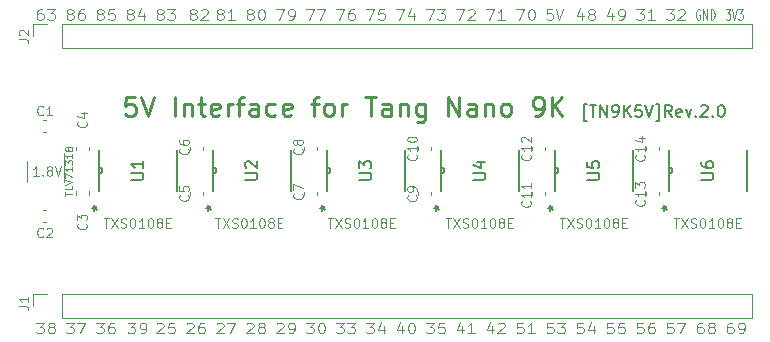
<source format=gbr>
%TF.GenerationSoftware,KiCad,Pcbnew,7.0.2*%
%TF.CreationDate,2023-07-04T13:12:25+09:00*%
%TF.ProjectId,TangNano9K5V,54616e67-4e61-46e6-9f39-4b35562e6b69,rev?*%
%TF.SameCoordinates,Original*%
%TF.FileFunction,Legend,Top*%
%TF.FilePolarity,Positive*%
%FSLAX46Y46*%
G04 Gerber Fmt 4.6, Leading zero omitted, Abs format (unit mm)*
G04 Created by KiCad (PCBNEW 7.0.2) date 2023-07-04 13:12:25*
%MOMM*%
%LPD*%
G01*
G04 APERTURE LIST*
%ADD10C,0.120000*%
%ADD11C,0.100000*%
%ADD12C,0.150000*%
%ADD13C,0.250000*%
%ADD14C,0.152400*%
G04 APERTURE END LIST*
D10*
X39766857Y-259857D02*
X40433523Y-259857D01*
X40433523Y-259857D02*
X40004952Y-1159857D01*
X41338285Y-1159857D02*
X40766857Y-1159857D01*
X41052571Y-1159857D02*
X41052571Y-259857D01*
X41052571Y-259857D02*
X40957333Y-388428D01*
X40957333Y-388428D02*
X40862095Y-474142D01*
X40862095Y-474142D02*
X40766857Y-517000D01*
X14414476Y-26888571D02*
X14462095Y-26845714D01*
X14462095Y-26845714D02*
X14557333Y-26802857D01*
X14557333Y-26802857D02*
X14795428Y-26802857D01*
X14795428Y-26802857D02*
X14890666Y-26845714D01*
X14890666Y-26845714D02*
X14938285Y-26888571D01*
X14938285Y-26888571D02*
X14985904Y-26974285D01*
X14985904Y-26974285D02*
X14985904Y-27060000D01*
X14985904Y-27060000D02*
X14938285Y-27188571D01*
X14938285Y-27188571D02*
X14366857Y-27702857D01*
X14366857Y-27702857D02*
X14985904Y-27702857D01*
X15843047Y-26802857D02*
X15652571Y-26802857D01*
X15652571Y-26802857D02*
X15557333Y-26845714D01*
X15557333Y-26845714D02*
X15509714Y-26888571D01*
X15509714Y-26888571D02*
X15414476Y-27017142D01*
X15414476Y-27017142D02*
X15366857Y-27188571D01*
X15366857Y-27188571D02*
X15366857Y-27531428D01*
X15366857Y-27531428D02*
X15414476Y-27617142D01*
X15414476Y-27617142D02*
X15462095Y-27660000D01*
X15462095Y-27660000D02*
X15557333Y-27702857D01*
X15557333Y-27702857D02*
X15747809Y-27702857D01*
X15747809Y-27702857D02*
X15843047Y-27660000D01*
X15843047Y-27660000D02*
X15890666Y-27617142D01*
X15890666Y-27617142D02*
X15938285Y-27531428D01*
X15938285Y-27531428D02*
X15938285Y-27317142D01*
X15938285Y-27317142D02*
X15890666Y-27231428D01*
X15890666Y-27231428D02*
X15843047Y-27188571D01*
X15843047Y-27188571D02*
X15747809Y-27145714D01*
X15747809Y-27145714D02*
X15557333Y-27145714D01*
X15557333Y-27145714D02*
X15462095Y-27188571D01*
X15462095Y-27188571D02*
X15414476Y-27231428D01*
X15414476Y-27231428D02*
X15366857Y-27317142D01*
X16954476Y-26888571D02*
X17002095Y-26845714D01*
X17002095Y-26845714D02*
X17097333Y-26802857D01*
X17097333Y-26802857D02*
X17335428Y-26802857D01*
X17335428Y-26802857D02*
X17430666Y-26845714D01*
X17430666Y-26845714D02*
X17478285Y-26888571D01*
X17478285Y-26888571D02*
X17525904Y-26974285D01*
X17525904Y-26974285D02*
X17525904Y-27060000D01*
X17525904Y-27060000D02*
X17478285Y-27188571D01*
X17478285Y-27188571D02*
X16906857Y-27702857D01*
X16906857Y-27702857D02*
X17525904Y-27702857D01*
X17859238Y-26802857D02*
X18525904Y-26802857D01*
X18525904Y-26802857D02*
X18097333Y-27702857D01*
X29606857Y-26802857D02*
X30225904Y-26802857D01*
X30225904Y-26802857D02*
X29892571Y-27145714D01*
X29892571Y-27145714D02*
X30035428Y-27145714D01*
X30035428Y-27145714D02*
X30130666Y-27188571D01*
X30130666Y-27188571D02*
X30178285Y-27231428D01*
X30178285Y-27231428D02*
X30225904Y-27317142D01*
X30225904Y-27317142D02*
X30225904Y-27531428D01*
X30225904Y-27531428D02*
X30178285Y-27617142D01*
X30178285Y-27617142D02*
X30130666Y-27660000D01*
X30130666Y-27660000D02*
X30035428Y-27702857D01*
X30035428Y-27702857D02*
X29749714Y-27702857D01*
X29749714Y-27702857D02*
X29654476Y-27660000D01*
X29654476Y-27660000D02*
X29606857Y-27617142D01*
X31083047Y-27102857D02*
X31083047Y-27702857D01*
X30844952Y-26760000D02*
X30606857Y-27402857D01*
X30606857Y-27402857D02*
X31225904Y-27402857D01*
X40290666Y-27102857D02*
X40290666Y-27702857D01*
X40052571Y-26760000D02*
X39814476Y-27402857D01*
X39814476Y-27402857D02*
X40433523Y-27402857D01*
X40766857Y-26888571D02*
X40814476Y-26845714D01*
X40814476Y-26845714D02*
X40909714Y-26802857D01*
X40909714Y-26802857D02*
X41147809Y-26802857D01*
X41147809Y-26802857D02*
X41243047Y-26845714D01*
X41243047Y-26845714D02*
X41290666Y-26888571D01*
X41290666Y-26888571D02*
X41338285Y-26974285D01*
X41338285Y-26974285D02*
X41338285Y-27060000D01*
X41338285Y-27060000D02*
X41290666Y-27188571D01*
X41290666Y-27188571D02*
X40719238Y-27702857D01*
X40719238Y-27702857D02*
X41338285Y-27702857D01*
X29606857Y-259857D02*
X30273523Y-259857D01*
X30273523Y-259857D02*
X29844952Y-1159857D01*
X31130666Y-259857D02*
X30654476Y-259857D01*
X30654476Y-259857D02*
X30606857Y-688428D01*
X30606857Y-688428D02*
X30654476Y-645571D01*
X30654476Y-645571D02*
X30749714Y-602714D01*
X30749714Y-602714D02*
X30987809Y-602714D01*
X30987809Y-602714D02*
X31083047Y-645571D01*
X31083047Y-645571D02*
X31130666Y-688428D01*
X31130666Y-688428D02*
X31178285Y-774142D01*
X31178285Y-774142D02*
X31178285Y-988428D01*
X31178285Y-988428D02*
X31130666Y-1074142D01*
X31130666Y-1074142D02*
X31083047Y-1117000D01*
X31083047Y-1117000D02*
X30987809Y-1159857D01*
X30987809Y-1159857D02*
X30749714Y-1159857D01*
X30749714Y-1159857D02*
X30654476Y-1117000D01*
X30654476Y-1117000D02*
X30606857Y-1074142D01*
D11*
X1879523Y-14380095D02*
X1422380Y-14380095D01*
X1650952Y-14380095D02*
X1650952Y-13580095D01*
X1650952Y-13580095D02*
X1574761Y-13694380D01*
X1574761Y-13694380D02*
X1498571Y-13770571D01*
X1498571Y-13770571D02*
X1422380Y-13808666D01*
X2222381Y-14303904D02*
X2260476Y-14342000D01*
X2260476Y-14342000D02*
X2222381Y-14380095D01*
X2222381Y-14380095D02*
X2184285Y-14342000D01*
X2184285Y-14342000D02*
X2222381Y-14303904D01*
X2222381Y-14303904D02*
X2222381Y-14380095D01*
X2717618Y-13922952D02*
X2641428Y-13884857D01*
X2641428Y-13884857D02*
X2603333Y-13846761D01*
X2603333Y-13846761D02*
X2565237Y-13770571D01*
X2565237Y-13770571D02*
X2565237Y-13732476D01*
X2565237Y-13732476D02*
X2603333Y-13656285D01*
X2603333Y-13656285D02*
X2641428Y-13618190D01*
X2641428Y-13618190D02*
X2717618Y-13580095D01*
X2717618Y-13580095D02*
X2869999Y-13580095D01*
X2869999Y-13580095D02*
X2946190Y-13618190D01*
X2946190Y-13618190D02*
X2984285Y-13656285D01*
X2984285Y-13656285D02*
X3022380Y-13732476D01*
X3022380Y-13732476D02*
X3022380Y-13770571D01*
X3022380Y-13770571D02*
X2984285Y-13846761D01*
X2984285Y-13846761D02*
X2946190Y-13884857D01*
X2946190Y-13884857D02*
X2869999Y-13922952D01*
X2869999Y-13922952D02*
X2717618Y-13922952D01*
X2717618Y-13922952D02*
X2641428Y-13961047D01*
X2641428Y-13961047D02*
X2603333Y-13999142D01*
X2603333Y-13999142D02*
X2565237Y-14075333D01*
X2565237Y-14075333D02*
X2565237Y-14227714D01*
X2565237Y-14227714D02*
X2603333Y-14303904D01*
X2603333Y-14303904D02*
X2641428Y-14342000D01*
X2641428Y-14342000D02*
X2717618Y-14380095D01*
X2717618Y-14380095D02*
X2869999Y-14380095D01*
X2869999Y-14380095D02*
X2946190Y-14342000D01*
X2946190Y-14342000D02*
X2984285Y-14303904D01*
X2984285Y-14303904D02*
X3022380Y-14227714D01*
X3022380Y-14227714D02*
X3022380Y-14075333D01*
X3022380Y-14075333D02*
X2984285Y-13999142D01*
X2984285Y-13999142D02*
X2946190Y-13961047D01*
X2946190Y-13961047D02*
X2869999Y-13922952D01*
X3250952Y-13580095D02*
X3517619Y-14380095D01*
X3517619Y-14380095D02*
X3784285Y-13580095D01*
D10*
X34686857Y-259857D02*
X35353523Y-259857D01*
X35353523Y-259857D02*
X34924952Y-1159857D01*
X35639238Y-259857D02*
X36258285Y-259857D01*
X36258285Y-259857D02*
X35924952Y-602714D01*
X35924952Y-602714D02*
X36067809Y-602714D01*
X36067809Y-602714D02*
X36163047Y-645571D01*
X36163047Y-645571D02*
X36210666Y-688428D01*
X36210666Y-688428D02*
X36258285Y-774142D01*
X36258285Y-774142D02*
X36258285Y-988428D01*
X36258285Y-988428D02*
X36210666Y-1074142D01*
X36210666Y-1074142D02*
X36163047Y-1117000D01*
X36163047Y-1117000D02*
X36067809Y-1159857D01*
X36067809Y-1159857D02*
X35782095Y-1159857D01*
X35782095Y-1159857D02*
X35686857Y-1117000D01*
X35686857Y-1117000D02*
X35639238Y-1074142D01*
X32146857Y-259857D02*
X32813523Y-259857D01*
X32813523Y-259857D02*
X32384952Y-1159857D01*
X33623047Y-559857D02*
X33623047Y-1159857D01*
X33384952Y-217000D02*
X33146857Y-859857D01*
X33146857Y-859857D02*
X33765904Y-859857D01*
X12064952Y-645571D02*
X11969714Y-602714D01*
X11969714Y-602714D02*
X11922095Y-559857D01*
X11922095Y-559857D02*
X11874476Y-474142D01*
X11874476Y-474142D02*
X11874476Y-431285D01*
X11874476Y-431285D02*
X11922095Y-345571D01*
X11922095Y-345571D02*
X11969714Y-302714D01*
X11969714Y-302714D02*
X12064952Y-259857D01*
X12064952Y-259857D02*
X12255428Y-259857D01*
X12255428Y-259857D02*
X12350666Y-302714D01*
X12350666Y-302714D02*
X12398285Y-345571D01*
X12398285Y-345571D02*
X12445904Y-431285D01*
X12445904Y-431285D02*
X12445904Y-474142D01*
X12445904Y-474142D02*
X12398285Y-559857D01*
X12398285Y-559857D02*
X12350666Y-602714D01*
X12350666Y-602714D02*
X12255428Y-645571D01*
X12255428Y-645571D02*
X12064952Y-645571D01*
X12064952Y-645571D02*
X11969714Y-688428D01*
X11969714Y-688428D02*
X11922095Y-731285D01*
X11922095Y-731285D02*
X11874476Y-817000D01*
X11874476Y-817000D02*
X11874476Y-988428D01*
X11874476Y-988428D02*
X11922095Y-1074142D01*
X11922095Y-1074142D02*
X11969714Y-1117000D01*
X11969714Y-1117000D02*
X12064952Y-1159857D01*
X12064952Y-1159857D02*
X12255428Y-1159857D01*
X12255428Y-1159857D02*
X12350666Y-1117000D01*
X12350666Y-1117000D02*
X12398285Y-1074142D01*
X12398285Y-1074142D02*
X12445904Y-988428D01*
X12445904Y-988428D02*
X12445904Y-817000D01*
X12445904Y-817000D02*
X12398285Y-731285D01*
X12398285Y-731285D02*
X12350666Y-688428D01*
X12350666Y-688428D02*
X12255428Y-645571D01*
X12779238Y-259857D02*
X13398285Y-259857D01*
X13398285Y-259857D02*
X13064952Y-602714D01*
X13064952Y-602714D02*
X13207809Y-602714D01*
X13207809Y-602714D02*
X13303047Y-645571D01*
X13303047Y-645571D02*
X13350666Y-688428D01*
X13350666Y-688428D02*
X13398285Y-774142D01*
X13398285Y-774142D02*
X13398285Y-988428D01*
X13398285Y-988428D02*
X13350666Y-1074142D01*
X13350666Y-1074142D02*
X13303047Y-1117000D01*
X13303047Y-1117000D02*
X13207809Y-1159857D01*
X13207809Y-1159857D02*
X12922095Y-1159857D01*
X12922095Y-1159857D02*
X12826857Y-1117000D01*
X12826857Y-1117000D02*
X12779238Y-1074142D01*
X60029714Y-259857D02*
X60401142Y-259857D01*
X60401142Y-259857D02*
X60201142Y-602714D01*
X60201142Y-602714D02*
X60286857Y-602714D01*
X60286857Y-602714D02*
X60344000Y-645571D01*
X60344000Y-645571D02*
X60372571Y-688428D01*
X60372571Y-688428D02*
X60401142Y-774142D01*
X60401142Y-774142D02*
X60401142Y-988428D01*
X60401142Y-988428D02*
X60372571Y-1074142D01*
X60372571Y-1074142D02*
X60344000Y-1117000D01*
X60344000Y-1117000D02*
X60286857Y-1159857D01*
X60286857Y-1159857D02*
X60115428Y-1159857D01*
X60115428Y-1159857D02*
X60058285Y-1117000D01*
X60058285Y-1117000D02*
X60029714Y-1074142D01*
X60572571Y-259857D02*
X60772571Y-1159857D01*
X60772571Y-1159857D02*
X60972571Y-259857D01*
X61115429Y-259857D02*
X61486857Y-259857D01*
X61486857Y-259857D02*
X61286857Y-602714D01*
X61286857Y-602714D02*
X61372572Y-602714D01*
X61372572Y-602714D02*
X61429715Y-645571D01*
X61429715Y-645571D02*
X61458286Y-688428D01*
X61458286Y-688428D02*
X61486857Y-774142D01*
X61486857Y-774142D02*
X61486857Y-988428D01*
X61486857Y-988428D02*
X61458286Y-1074142D01*
X61458286Y-1074142D02*
X61429715Y-1117000D01*
X61429715Y-1117000D02*
X61372572Y-1159857D01*
X61372572Y-1159857D02*
X61201143Y-1159857D01*
X61201143Y-1159857D02*
X61144000Y-1117000D01*
X61144000Y-1117000D02*
X61115429Y-1074142D01*
X58070666Y-26802857D02*
X57880190Y-26802857D01*
X57880190Y-26802857D02*
X57784952Y-26845714D01*
X57784952Y-26845714D02*
X57737333Y-26888571D01*
X57737333Y-26888571D02*
X57642095Y-27017142D01*
X57642095Y-27017142D02*
X57594476Y-27188571D01*
X57594476Y-27188571D02*
X57594476Y-27531428D01*
X57594476Y-27531428D02*
X57642095Y-27617142D01*
X57642095Y-27617142D02*
X57689714Y-27660000D01*
X57689714Y-27660000D02*
X57784952Y-27702857D01*
X57784952Y-27702857D02*
X57975428Y-27702857D01*
X57975428Y-27702857D02*
X58070666Y-27660000D01*
X58070666Y-27660000D02*
X58118285Y-27617142D01*
X58118285Y-27617142D02*
X58165904Y-27531428D01*
X58165904Y-27531428D02*
X58165904Y-27317142D01*
X58165904Y-27317142D02*
X58118285Y-27231428D01*
X58118285Y-27231428D02*
X58070666Y-27188571D01*
X58070666Y-27188571D02*
X57975428Y-27145714D01*
X57975428Y-27145714D02*
X57784952Y-27145714D01*
X57784952Y-27145714D02*
X57689714Y-27188571D01*
X57689714Y-27188571D02*
X57642095Y-27231428D01*
X57642095Y-27231428D02*
X57594476Y-27317142D01*
X58737333Y-27188571D02*
X58642095Y-27145714D01*
X58642095Y-27145714D02*
X58594476Y-27102857D01*
X58594476Y-27102857D02*
X58546857Y-27017142D01*
X58546857Y-27017142D02*
X58546857Y-26974285D01*
X58546857Y-26974285D02*
X58594476Y-26888571D01*
X58594476Y-26888571D02*
X58642095Y-26845714D01*
X58642095Y-26845714D02*
X58737333Y-26802857D01*
X58737333Y-26802857D02*
X58927809Y-26802857D01*
X58927809Y-26802857D02*
X59023047Y-26845714D01*
X59023047Y-26845714D02*
X59070666Y-26888571D01*
X59070666Y-26888571D02*
X59118285Y-26974285D01*
X59118285Y-26974285D02*
X59118285Y-27017142D01*
X59118285Y-27017142D02*
X59070666Y-27102857D01*
X59070666Y-27102857D02*
X59023047Y-27145714D01*
X59023047Y-27145714D02*
X58927809Y-27188571D01*
X58927809Y-27188571D02*
X58737333Y-27188571D01*
X58737333Y-27188571D02*
X58642095Y-27231428D01*
X58642095Y-27231428D02*
X58594476Y-27274285D01*
X58594476Y-27274285D02*
X58546857Y-27360000D01*
X58546857Y-27360000D02*
X58546857Y-27531428D01*
X58546857Y-27531428D02*
X58594476Y-27617142D01*
X58594476Y-27617142D02*
X58642095Y-27660000D01*
X58642095Y-27660000D02*
X58737333Y-27702857D01*
X58737333Y-27702857D02*
X58927809Y-27702857D01*
X58927809Y-27702857D02*
X59023047Y-27660000D01*
X59023047Y-27660000D02*
X59070666Y-27617142D01*
X59070666Y-27617142D02*
X59118285Y-27531428D01*
X59118285Y-27531428D02*
X59118285Y-27360000D01*
X59118285Y-27360000D02*
X59070666Y-27274285D01*
X59070666Y-27274285D02*
X59023047Y-27231428D01*
X59023047Y-27231428D02*
X58927809Y-27188571D01*
X53038285Y-26802857D02*
X52562095Y-26802857D01*
X52562095Y-26802857D02*
X52514476Y-27231428D01*
X52514476Y-27231428D02*
X52562095Y-27188571D01*
X52562095Y-27188571D02*
X52657333Y-27145714D01*
X52657333Y-27145714D02*
X52895428Y-27145714D01*
X52895428Y-27145714D02*
X52990666Y-27188571D01*
X52990666Y-27188571D02*
X53038285Y-27231428D01*
X53038285Y-27231428D02*
X53085904Y-27317142D01*
X53085904Y-27317142D02*
X53085904Y-27531428D01*
X53085904Y-27531428D02*
X53038285Y-27617142D01*
X53038285Y-27617142D02*
X52990666Y-27660000D01*
X52990666Y-27660000D02*
X52895428Y-27702857D01*
X52895428Y-27702857D02*
X52657333Y-27702857D01*
X52657333Y-27702857D02*
X52562095Y-27660000D01*
X52562095Y-27660000D02*
X52514476Y-27617142D01*
X53943047Y-26802857D02*
X53752571Y-26802857D01*
X53752571Y-26802857D02*
X53657333Y-26845714D01*
X53657333Y-26845714D02*
X53609714Y-26888571D01*
X53609714Y-26888571D02*
X53514476Y-27017142D01*
X53514476Y-27017142D02*
X53466857Y-27188571D01*
X53466857Y-27188571D02*
X53466857Y-27531428D01*
X53466857Y-27531428D02*
X53514476Y-27617142D01*
X53514476Y-27617142D02*
X53562095Y-27660000D01*
X53562095Y-27660000D02*
X53657333Y-27702857D01*
X53657333Y-27702857D02*
X53847809Y-27702857D01*
X53847809Y-27702857D02*
X53943047Y-27660000D01*
X53943047Y-27660000D02*
X53990666Y-27617142D01*
X53990666Y-27617142D02*
X54038285Y-27531428D01*
X54038285Y-27531428D02*
X54038285Y-27317142D01*
X54038285Y-27317142D02*
X53990666Y-27231428D01*
X53990666Y-27231428D02*
X53943047Y-27188571D01*
X53943047Y-27188571D02*
X53847809Y-27145714D01*
X53847809Y-27145714D02*
X53657333Y-27145714D01*
X53657333Y-27145714D02*
X53562095Y-27188571D01*
X53562095Y-27188571D02*
X53514476Y-27231428D01*
X53514476Y-27231428D02*
X53466857Y-27317142D01*
X34686857Y-26802857D02*
X35305904Y-26802857D01*
X35305904Y-26802857D02*
X34972571Y-27145714D01*
X34972571Y-27145714D02*
X35115428Y-27145714D01*
X35115428Y-27145714D02*
X35210666Y-27188571D01*
X35210666Y-27188571D02*
X35258285Y-27231428D01*
X35258285Y-27231428D02*
X35305904Y-27317142D01*
X35305904Y-27317142D02*
X35305904Y-27531428D01*
X35305904Y-27531428D02*
X35258285Y-27617142D01*
X35258285Y-27617142D02*
X35210666Y-27660000D01*
X35210666Y-27660000D02*
X35115428Y-27702857D01*
X35115428Y-27702857D02*
X34829714Y-27702857D01*
X34829714Y-27702857D02*
X34734476Y-27660000D01*
X34734476Y-27660000D02*
X34686857Y-27617142D01*
X36210666Y-26802857D02*
X35734476Y-26802857D01*
X35734476Y-26802857D02*
X35686857Y-27231428D01*
X35686857Y-27231428D02*
X35734476Y-27188571D01*
X35734476Y-27188571D02*
X35829714Y-27145714D01*
X35829714Y-27145714D02*
X36067809Y-27145714D01*
X36067809Y-27145714D02*
X36163047Y-27188571D01*
X36163047Y-27188571D02*
X36210666Y-27231428D01*
X36210666Y-27231428D02*
X36258285Y-27317142D01*
X36258285Y-27317142D02*
X36258285Y-27531428D01*
X36258285Y-27531428D02*
X36210666Y-27617142D01*
X36210666Y-27617142D02*
X36163047Y-27660000D01*
X36163047Y-27660000D02*
X36067809Y-27702857D01*
X36067809Y-27702857D02*
X35829714Y-27702857D01*
X35829714Y-27702857D02*
X35734476Y-27660000D01*
X35734476Y-27660000D02*
X35686857Y-27617142D01*
X9524952Y-645571D02*
X9429714Y-602714D01*
X9429714Y-602714D02*
X9382095Y-559857D01*
X9382095Y-559857D02*
X9334476Y-474142D01*
X9334476Y-474142D02*
X9334476Y-431285D01*
X9334476Y-431285D02*
X9382095Y-345571D01*
X9382095Y-345571D02*
X9429714Y-302714D01*
X9429714Y-302714D02*
X9524952Y-259857D01*
X9524952Y-259857D02*
X9715428Y-259857D01*
X9715428Y-259857D02*
X9810666Y-302714D01*
X9810666Y-302714D02*
X9858285Y-345571D01*
X9858285Y-345571D02*
X9905904Y-431285D01*
X9905904Y-431285D02*
X9905904Y-474142D01*
X9905904Y-474142D02*
X9858285Y-559857D01*
X9858285Y-559857D02*
X9810666Y-602714D01*
X9810666Y-602714D02*
X9715428Y-645571D01*
X9715428Y-645571D02*
X9524952Y-645571D01*
X9524952Y-645571D02*
X9429714Y-688428D01*
X9429714Y-688428D02*
X9382095Y-731285D01*
X9382095Y-731285D02*
X9334476Y-817000D01*
X9334476Y-817000D02*
X9334476Y-988428D01*
X9334476Y-988428D02*
X9382095Y-1074142D01*
X9382095Y-1074142D02*
X9429714Y-1117000D01*
X9429714Y-1117000D02*
X9524952Y-1159857D01*
X9524952Y-1159857D02*
X9715428Y-1159857D01*
X9715428Y-1159857D02*
X9810666Y-1117000D01*
X9810666Y-1117000D02*
X9858285Y-1074142D01*
X9858285Y-1074142D02*
X9905904Y-988428D01*
X9905904Y-988428D02*
X9905904Y-817000D01*
X9905904Y-817000D02*
X9858285Y-731285D01*
X9858285Y-731285D02*
X9810666Y-688428D01*
X9810666Y-688428D02*
X9715428Y-645571D01*
X10763047Y-559857D02*
X10763047Y-1159857D01*
X10524952Y-217000D02*
X10286857Y-859857D01*
X10286857Y-859857D02*
X10905904Y-859857D01*
X4206857Y-26802857D02*
X4825904Y-26802857D01*
X4825904Y-26802857D02*
X4492571Y-27145714D01*
X4492571Y-27145714D02*
X4635428Y-27145714D01*
X4635428Y-27145714D02*
X4730666Y-27188571D01*
X4730666Y-27188571D02*
X4778285Y-27231428D01*
X4778285Y-27231428D02*
X4825904Y-27317142D01*
X4825904Y-27317142D02*
X4825904Y-27531428D01*
X4825904Y-27531428D02*
X4778285Y-27617142D01*
X4778285Y-27617142D02*
X4730666Y-27660000D01*
X4730666Y-27660000D02*
X4635428Y-27702857D01*
X4635428Y-27702857D02*
X4349714Y-27702857D01*
X4349714Y-27702857D02*
X4254476Y-27660000D01*
X4254476Y-27660000D02*
X4206857Y-27617142D01*
X5159238Y-26802857D02*
X5825904Y-26802857D01*
X5825904Y-26802857D02*
X5397333Y-27702857D01*
X45418285Y-26802857D02*
X44942095Y-26802857D01*
X44942095Y-26802857D02*
X44894476Y-27231428D01*
X44894476Y-27231428D02*
X44942095Y-27188571D01*
X44942095Y-27188571D02*
X45037333Y-27145714D01*
X45037333Y-27145714D02*
X45275428Y-27145714D01*
X45275428Y-27145714D02*
X45370666Y-27188571D01*
X45370666Y-27188571D02*
X45418285Y-27231428D01*
X45418285Y-27231428D02*
X45465904Y-27317142D01*
X45465904Y-27317142D02*
X45465904Y-27531428D01*
X45465904Y-27531428D02*
X45418285Y-27617142D01*
X45418285Y-27617142D02*
X45370666Y-27660000D01*
X45370666Y-27660000D02*
X45275428Y-27702857D01*
X45275428Y-27702857D02*
X45037333Y-27702857D01*
X45037333Y-27702857D02*
X44942095Y-27660000D01*
X44942095Y-27660000D02*
X44894476Y-27617142D01*
X45799238Y-26802857D02*
X46418285Y-26802857D01*
X46418285Y-26802857D02*
X46084952Y-27145714D01*
X46084952Y-27145714D02*
X46227809Y-27145714D01*
X46227809Y-27145714D02*
X46323047Y-27188571D01*
X46323047Y-27188571D02*
X46370666Y-27231428D01*
X46370666Y-27231428D02*
X46418285Y-27317142D01*
X46418285Y-27317142D02*
X46418285Y-27531428D01*
X46418285Y-27531428D02*
X46370666Y-27617142D01*
X46370666Y-27617142D02*
X46323047Y-27660000D01*
X46323047Y-27660000D02*
X46227809Y-27702857D01*
X46227809Y-27702857D02*
X45942095Y-27702857D01*
X45942095Y-27702857D02*
X45846857Y-27660000D01*
X45846857Y-27660000D02*
X45799238Y-27617142D01*
X24526857Y-259857D02*
X25193523Y-259857D01*
X25193523Y-259857D02*
X24764952Y-1159857D01*
X25479238Y-259857D02*
X26145904Y-259857D01*
X26145904Y-259857D02*
X25717333Y-1159857D01*
X22034476Y-26888571D02*
X22082095Y-26845714D01*
X22082095Y-26845714D02*
X22177333Y-26802857D01*
X22177333Y-26802857D02*
X22415428Y-26802857D01*
X22415428Y-26802857D02*
X22510666Y-26845714D01*
X22510666Y-26845714D02*
X22558285Y-26888571D01*
X22558285Y-26888571D02*
X22605904Y-26974285D01*
X22605904Y-26974285D02*
X22605904Y-27060000D01*
X22605904Y-27060000D02*
X22558285Y-27188571D01*
X22558285Y-27188571D02*
X21986857Y-27702857D01*
X21986857Y-27702857D02*
X22605904Y-27702857D01*
X23082095Y-27702857D02*
X23272571Y-27702857D01*
X23272571Y-27702857D02*
X23367809Y-27660000D01*
X23367809Y-27660000D02*
X23415428Y-27617142D01*
X23415428Y-27617142D02*
X23510666Y-27488571D01*
X23510666Y-27488571D02*
X23558285Y-27317142D01*
X23558285Y-27317142D02*
X23558285Y-26974285D01*
X23558285Y-26974285D02*
X23510666Y-26888571D01*
X23510666Y-26888571D02*
X23463047Y-26845714D01*
X23463047Y-26845714D02*
X23367809Y-26802857D01*
X23367809Y-26802857D02*
X23177333Y-26802857D01*
X23177333Y-26802857D02*
X23082095Y-26845714D01*
X23082095Y-26845714D02*
X23034476Y-26888571D01*
X23034476Y-26888571D02*
X22986857Y-26974285D01*
X22986857Y-26974285D02*
X22986857Y-27188571D01*
X22986857Y-27188571D02*
X23034476Y-27274285D01*
X23034476Y-27274285D02*
X23082095Y-27317142D01*
X23082095Y-27317142D02*
X23177333Y-27360000D01*
X23177333Y-27360000D02*
X23367809Y-27360000D01*
X23367809Y-27360000D02*
X23463047Y-27317142D01*
X23463047Y-27317142D02*
X23510666Y-27274285D01*
X23510666Y-27274285D02*
X23558285Y-27188571D01*
X24526857Y-26802857D02*
X25145904Y-26802857D01*
X25145904Y-26802857D02*
X24812571Y-27145714D01*
X24812571Y-27145714D02*
X24955428Y-27145714D01*
X24955428Y-27145714D02*
X25050666Y-27188571D01*
X25050666Y-27188571D02*
X25098285Y-27231428D01*
X25098285Y-27231428D02*
X25145904Y-27317142D01*
X25145904Y-27317142D02*
X25145904Y-27531428D01*
X25145904Y-27531428D02*
X25098285Y-27617142D01*
X25098285Y-27617142D02*
X25050666Y-27660000D01*
X25050666Y-27660000D02*
X24955428Y-27702857D01*
X24955428Y-27702857D02*
X24669714Y-27702857D01*
X24669714Y-27702857D02*
X24574476Y-27660000D01*
X24574476Y-27660000D02*
X24526857Y-27617142D01*
X25764952Y-26802857D02*
X25860190Y-26802857D01*
X25860190Y-26802857D02*
X25955428Y-26845714D01*
X25955428Y-26845714D02*
X26003047Y-26888571D01*
X26003047Y-26888571D02*
X26050666Y-26974285D01*
X26050666Y-26974285D02*
X26098285Y-27145714D01*
X26098285Y-27145714D02*
X26098285Y-27360000D01*
X26098285Y-27360000D02*
X26050666Y-27531428D01*
X26050666Y-27531428D02*
X26003047Y-27617142D01*
X26003047Y-27617142D02*
X25955428Y-27660000D01*
X25955428Y-27660000D02*
X25860190Y-27702857D01*
X25860190Y-27702857D02*
X25764952Y-27702857D01*
X25764952Y-27702857D02*
X25669714Y-27660000D01*
X25669714Y-27660000D02*
X25622095Y-27617142D01*
X25622095Y-27617142D02*
X25574476Y-27531428D01*
X25574476Y-27531428D02*
X25526857Y-27360000D01*
X25526857Y-27360000D02*
X25526857Y-27145714D01*
X25526857Y-27145714D02*
X25574476Y-26974285D01*
X25574476Y-26974285D02*
X25622095Y-26888571D01*
X25622095Y-26888571D02*
X25669714Y-26845714D01*
X25669714Y-26845714D02*
X25764952Y-26802857D01*
D12*
X48275809Y-9735952D02*
X48037714Y-9735952D01*
X48037714Y-9735952D02*
X48037714Y-8307380D01*
X48037714Y-8307380D02*
X48275809Y-8307380D01*
X48513905Y-8402619D02*
X49085333Y-8402619D01*
X48799619Y-9402619D02*
X48799619Y-8402619D01*
X49418667Y-9402619D02*
X49418667Y-8402619D01*
X49418667Y-8402619D02*
X49990095Y-9402619D01*
X49990095Y-9402619D02*
X49990095Y-8402619D01*
X50513905Y-9402619D02*
X50704381Y-9402619D01*
X50704381Y-9402619D02*
X50799619Y-9355000D01*
X50799619Y-9355000D02*
X50847238Y-9307380D01*
X50847238Y-9307380D02*
X50942476Y-9164523D01*
X50942476Y-9164523D02*
X50990095Y-8974047D01*
X50990095Y-8974047D02*
X50990095Y-8593095D01*
X50990095Y-8593095D02*
X50942476Y-8497857D01*
X50942476Y-8497857D02*
X50894857Y-8450238D01*
X50894857Y-8450238D02*
X50799619Y-8402619D01*
X50799619Y-8402619D02*
X50609143Y-8402619D01*
X50609143Y-8402619D02*
X50513905Y-8450238D01*
X50513905Y-8450238D02*
X50466286Y-8497857D01*
X50466286Y-8497857D02*
X50418667Y-8593095D01*
X50418667Y-8593095D02*
X50418667Y-8831190D01*
X50418667Y-8831190D02*
X50466286Y-8926428D01*
X50466286Y-8926428D02*
X50513905Y-8974047D01*
X50513905Y-8974047D02*
X50609143Y-9021666D01*
X50609143Y-9021666D02*
X50799619Y-9021666D01*
X50799619Y-9021666D02*
X50894857Y-8974047D01*
X50894857Y-8974047D02*
X50942476Y-8926428D01*
X50942476Y-8926428D02*
X50990095Y-8831190D01*
X51418667Y-9402619D02*
X51418667Y-8402619D01*
X51990095Y-9402619D02*
X51561524Y-8831190D01*
X51990095Y-8402619D02*
X51418667Y-8974047D01*
X52894857Y-8402619D02*
X52418667Y-8402619D01*
X52418667Y-8402619D02*
X52371048Y-8878809D01*
X52371048Y-8878809D02*
X52418667Y-8831190D01*
X52418667Y-8831190D02*
X52513905Y-8783571D01*
X52513905Y-8783571D02*
X52752000Y-8783571D01*
X52752000Y-8783571D02*
X52847238Y-8831190D01*
X52847238Y-8831190D02*
X52894857Y-8878809D01*
X52894857Y-8878809D02*
X52942476Y-8974047D01*
X52942476Y-8974047D02*
X52942476Y-9212142D01*
X52942476Y-9212142D02*
X52894857Y-9307380D01*
X52894857Y-9307380D02*
X52847238Y-9355000D01*
X52847238Y-9355000D02*
X52752000Y-9402619D01*
X52752000Y-9402619D02*
X52513905Y-9402619D01*
X52513905Y-9402619D02*
X52418667Y-9355000D01*
X52418667Y-9355000D02*
X52371048Y-9307380D01*
X53228191Y-8402619D02*
X53561524Y-9402619D01*
X53561524Y-9402619D02*
X53894857Y-8402619D01*
X54132953Y-9735952D02*
X54371048Y-9735952D01*
X54371048Y-9735952D02*
X54371048Y-8307380D01*
X54371048Y-8307380D02*
X54132953Y-8307380D01*
X55466286Y-9402619D02*
X55132953Y-8926428D01*
X54894858Y-9402619D02*
X54894858Y-8402619D01*
X54894858Y-8402619D02*
X55275810Y-8402619D01*
X55275810Y-8402619D02*
X55371048Y-8450238D01*
X55371048Y-8450238D02*
X55418667Y-8497857D01*
X55418667Y-8497857D02*
X55466286Y-8593095D01*
X55466286Y-8593095D02*
X55466286Y-8735952D01*
X55466286Y-8735952D02*
X55418667Y-8831190D01*
X55418667Y-8831190D02*
X55371048Y-8878809D01*
X55371048Y-8878809D02*
X55275810Y-8926428D01*
X55275810Y-8926428D02*
X54894858Y-8926428D01*
X56275810Y-9355000D02*
X56180572Y-9402619D01*
X56180572Y-9402619D02*
X55990096Y-9402619D01*
X55990096Y-9402619D02*
X55894858Y-9355000D01*
X55894858Y-9355000D02*
X55847239Y-9259761D01*
X55847239Y-9259761D02*
X55847239Y-8878809D01*
X55847239Y-8878809D02*
X55894858Y-8783571D01*
X55894858Y-8783571D02*
X55990096Y-8735952D01*
X55990096Y-8735952D02*
X56180572Y-8735952D01*
X56180572Y-8735952D02*
X56275810Y-8783571D01*
X56275810Y-8783571D02*
X56323429Y-8878809D01*
X56323429Y-8878809D02*
X56323429Y-8974047D01*
X56323429Y-8974047D02*
X55847239Y-9069285D01*
X56656763Y-8735952D02*
X56894858Y-9402619D01*
X56894858Y-9402619D02*
X57132953Y-8735952D01*
X57513906Y-9307380D02*
X57561525Y-9355000D01*
X57561525Y-9355000D02*
X57513906Y-9402619D01*
X57513906Y-9402619D02*
X57466287Y-9355000D01*
X57466287Y-9355000D02*
X57513906Y-9307380D01*
X57513906Y-9307380D02*
X57513906Y-9402619D01*
X57942477Y-8497857D02*
X57990096Y-8450238D01*
X57990096Y-8450238D02*
X58085334Y-8402619D01*
X58085334Y-8402619D02*
X58323429Y-8402619D01*
X58323429Y-8402619D02*
X58418667Y-8450238D01*
X58418667Y-8450238D02*
X58466286Y-8497857D01*
X58466286Y-8497857D02*
X58513905Y-8593095D01*
X58513905Y-8593095D02*
X58513905Y-8688333D01*
X58513905Y-8688333D02*
X58466286Y-8831190D01*
X58466286Y-8831190D02*
X57894858Y-9402619D01*
X57894858Y-9402619D02*
X58513905Y-9402619D01*
X58942477Y-9307380D02*
X58990096Y-9355000D01*
X58990096Y-9355000D02*
X58942477Y-9402619D01*
X58942477Y-9402619D02*
X58894858Y-9355000D01*
X58894858Y-9355000D02*
X58942477Y-9307380D01*
X58942477Y-9307380D02*
X58942477Y-9402619D01*
X59609143Y-8402619D02*
X59704381Y-8402619D01*
X59704381Y-8402619D02*
X59799619Y-8450238D01*
X59799619Y-8450238D02*
X59847238Y-8497857D01*
X59847238Y-8497857D02*
X59894857Y-8593095D01*
X59894857Y-8593095D02*
X59942476Y-8783571D01*
X59942476Y-8783571D02*
X59942476Y-9021666D01*
X59942476Y-9021666D02*
X59894857Y-9212142D01*
X59894857Y-9212142D02*
X59847238Y-9307380D01*
X59847238Y-9307380D02*
X59799619Y-9355000D01*
X59799619Y-9355000D02*
X59704381Y-9402619D01*
X59704381Y-9402619D02*
X59609143Y-9402619D01*
X59609143Y-9402619D02*
X59513905Y-9355000D01*
X59513905Y-9355000D02*
X59466286Y-9307380D01*
X59466286Y-9307380D02*
X59418667Y-9212142D01*
X59418667Y-9212142D02*
X59371048Y-9021666D01*
X59371048Y-9021666D02*
X59371048Y-8783571D01*
X59371048Y-8783571D02*
X59418667Y-8593095D01*
X59418667Y-8593095D02*
X59466286Y-8497857D01*
X59466286Y-8497857D02*
X59513905Y-8450238D01*
X59513905Y-8450238D02*
X59609143Y-8402619D01*
D10*
X42306857Y-259857D02*
X42973523Y-259857D01*
X42973523Y-259857D02*
X42544952Y-1159857D01*
X43544952Y-259857D02*
X43640190Y-259857D01*
X43640190Y-259857D02*
X43735428Y-302714D01*
X43735428Y-302714D02*
X43783047Y-345571D01*
X43783047Y-345571D02*
X43830666Y-431285D01*
X43830666Y-431285D02*
X43878285Y-602714D01*
X43878285Y-602714D02*
X43878285Y-817000D01*
X43878285Y-817000D02*
X43830666Y-988428D01*
X43830666Y-988428D02*
X43783047Y-1074142D01*
X43783047Y-1074142D02*
X43735428Y-1117000D01*
X43735428Y-1117000D02*
X43640190Y-1159857D01*
X43640190Y-1159857D02*
X43544952Y-1159857D01*
X43544952Y-1159857D02*
X43449714Y-1117000D01*
X43449714Y-1117000D02*
X43402095Y-1074142D01*
X43402095Y-1074142D02*
X43354476Y-988428D01*
X43354476Y-988428D02*
X43306857Y-817000D01*
X43306857Y-817000D02*
X43306857Y-602714D01*
X43306857Y-602714D02*
X43354476Y-431285D01*
X43354476Y-431285D02*
X43402095Y-345571D01*
X43402095Y-345571D02*
X43449714Y-302714D01*
X43449714Y-302714D02*
X43544952Y-259857D01*
X14858952Y-645571D02*
X14763714Y-602714D01*
X14763714Y-602714D02*
X14716095Y-559857D01*
X14716095Y-559857D02*
X14668476Y-474142D01*
X14668476Y-474142D02*
X14668476Y-431285D01*
X14668476Y-431285D02*
X14716095Y-345571D01*
X14716095Y-345571D02*
X14763714Y-302714D01*
X14763714Y-302714D02*
X14858952Y-259857D01*
X14858952Y-259857D02*
X15049428Y-259857D01*
X15049428Y-259857D02*
X15144666Y-302714D01*
X15144666Y-302714D02*
X15192285Y-345571D01*
X15192285Y-345571D02*
X15239904Y-431285D01*
X15239904Y-431285D02*
X15239904Y-474142D01*
X15239904Y-474142D02*
X15192285Y-559857D01*
X15192285Y-559857D02*
X15144666Y-602714D01*
X15144666Y-602714D02*
X15049428Y-645571D01*
X15049428Y-645571D02*
X14858952Y-645571D01*
X14858952Y-645571D02*
X14763714Y-688428D01*
X14763714Y-688428D02*
X14716095Y-731285D01*
X14716095Y-731285D02*
X14668476Y-817000D01*
X14668476Y-817000D02*
X14668476Y-988428D01*
X14668476Y-988428D02*
X14716095Y-1074142D01*
X14716095Y-1074142D02*
X14763714Y-1117000D01*
X14763714Y-1117000D02*
X14858952Y-1159857D01*
X14858952Y-1159857D02*
X15049428Y-1159857D01*
X15049428Y-1159857D02*
X15144666Y-1117000D01*
X15144666Y-1117000D02*
X15192285Y-1074142D01*
X15192285Y-1074142D02*
X15239904Y-988428D01*
X15239904Y-988428D02*
X15239904Y-817000D01*
X15239904Y-817000D02*
X15192285Y-731285D01*
X15192285Y-731285D02*
X15144666Y-688428D01*
X15144666Y-688428D02*
X15049428Y-645571D01*
X15620857Y-345571D02*
X15668476Y-302714D01*
X15668476Y-302714D02*
X15763714Y-259857D01*
X15763714Y-259857D02*
X16001809Y-259857D01*
X16001809Y-259857D02*
X16097047Y-302714D01*
X16097047Y-302714D02*
X16144666Y-345571D01*
X16144666Y-345571D02*
X16192285Y-431285D01*
X16192285Y-431285D02*
X16192285Y-517000D01*
X16192285Y-517000D02*
X16144666Y-645571D01*
X16144666Y-645571D02*
X15573238Y-1159857D01*
X15573238Y-1159857D02*
X16192285Y-1159857D01*
X57861142Y-302714D02*
X57804000Y-259857D01*
X57804000Y-259857D02*
X57718285Y-259857D01*
X57718285Y-259857D02*
X57632571Y-302714D01*
X57632571Y-302714D02*
X57575428Y-388428D01*
X57575428Y-388428D02*
X57546857Y-474142D01*
X57546857Y-474142D02*
X57518285Y-645571D01*
X57518285Y-645571D02*
X57518285Y-774142D01*
X57518285Y-774142D02*
X57546857Y-945571D01*
X57546857Y-945571D02*
X57575428Y-1031285D01*
X57575428Y-1031285D02*
X57632571Y-1117000D01*
X57632571Y-1117000D02*
X57718285Y-1159857D01*
X57718285Y-1159857D02*
X57775428Y-1159857D01*
X57775428Y-1159857D02*
X57861142Y-1117000D01*
X57861142Y-1117000D02*
X57889714Y-1074142D01*
X57889714Y-1074142D02*
X57889714Y-774142D01*
X57889714Y-774142D02*
X57775428Y-774142D01*
X58146857Y-1159857D02*
X58146857Y-259857D01*
X58146857Y-259857D02*
X58489714Y-1159857D01*
X58489714Y-1159857D02*
X58489714Y-259857D01*
X58775428Y-1159857D02*
X58775428Y-259857D01*
X58775428Y-259857D02*
X58918285Y-259857D01*
X58918285Y-259857D02*
X59003999Y-302714D01*
X59003999Y-302714D02*
X59061142Y-388428D01*
X59061142Y-388428D02*
X59089713Y-474142D01*
X59089713Y-474142D02*
X59118285Y-645571D01*
X59118285Y-645571D02*
X59118285Y-774142D01*
X59118285Y-774142D02*
X59089713Y-945571D01*
X59089713Y-945571D02*
X59061142Y-1031285D01*
X59061142Y-1031285D02*
X59003999Y-1117000D01*
X59003999Y-1117000D02*
X58918285Y-1159857D01*
X58918285Y-1159857D02*
X58775428Y-1159857D01*
X6746857Y-26802857D02*
X7365904Y-26802857D01*
X7365904Y-26802857D02*
X7032571Y-27145714D01*
X7032571Y-27145714D02*
X7175428Y-27145714D01*
X7175428Y-27145714D02*
X7270666Y-27188571D01*
X7270666Y-27188571D02*
X7318285Y-27231428D01*
X7318285Y-27231428D02*
X7365904Y-27317142D01*
X7365904Y-27317142D02*
X7365904Y-27531428D01*
X7365904Y-27531428D02*
X7318285Y-27617142D01*
X7318285Y-27617142D02*
X7270666Y-27660000D01*
X7270666Y-27660000D02*
X7175428Y-27702857D01*
X7175428Y-27702857D02*
X6889714Y-27702857D01*
X6889714Y-27702857D02*
X6794476Y-27660000D01*
X6794476Y-27660000D02*
X6746857Y-27617142D01*
X8223047Y-26802857D02*
X8032571Y-26802857D01*
X8032571Y-26802857D02*
X7937333Y-26845714D01*
X7937333Y-26845714D02*
X7889714Y-26888571D01*
X7889714Y-26888571D02*
X7794476Y-27017142D01*
X7794476Y-27017142D02*
X7746857Y-27188571D01*
X7746857Y-27188571D02*
X7746857Y-27531428D01*
X7746857Y-27531428D02*
X7794476Y-27617142D01*
X7794476Y-27617142D02*
X7842095Y-27660000D01*
X7842095Y-27660000D02*
X7937333Y-27702857D01*
X7937333Y-27702857D02*
X8127809Y-27702857D01*
X8127809Y-27702857D02*
X8223047Y-27660000D01*
X8223047Y-27660000D02*
X8270666Y-27617142D01*
X8270666Y-27617142D02*
X8318285Y-27531428D01*
X8318285Y-27531428D02*
X8318285Y-27317142D01*
X8318285Y-27317142D02*
X8270666Y-27231428D01*
X8270666Y-27231428D02*
X8223047Y-27188571D01*
X8223047Y-27188571D02*
X8127809Y-27145714D01*
X8127809Y-27145714D02*
X7937333Y-27145714D01*
X7937333Y-27145714D02*
X7842095Y-27188571D01*
X7842095Y-27188571D02*
X7794476Y-27231428D01*
X7794476Y-27231428D02*
X7746857Y-27317142D01*
X19684952Y-645571D02*
X19589714Y-602714D01*
X19589714Y-602714D02*
X19542095Y-559857D01*
X19542095Y-559857D02*
X19494476Y-474142D01*
X19494476Y-474142D02*
X19494476Y-431285D01*
X19494476Y-431285D02*
X19542095Y-345571D01*
X19542095Y-345571D02*
X19589714Y-302714D01*
X19589714Y-302714D02*
X19684952Y-259857D01*
X19684952Y-259857D02*
X19875428Y-259857D01*
X19875428Y-259857D02*
X19970666Y-302714D01*
X19970666Y-302714D02*
X20018285Y-345571D01*
X20018285Y-345571D02*
X20065904Y-431285D01*
X20065904Y-431285D02*
X20065904Y-474142D01*
X20065904Y-474142D02*
X20018285Y-559857D01*
X20018285Y-559857D02*
X19970666Y-602714D01*
X19970666Y-602714D02*
X19875428Y-645571D01*
X19875428Y-645571D02*
X19684952Y-645571D01*
X19684952Y-645571D02*
X19589714Y-688428D01*
X19589714Y-688428D02*
X19542095Y-731285D01*
X19542095Y-731285D02*
X19494476Y-817000D01*
X19494476Y-817000D02*
X19494476Y-988428D01*
X19494476Y-988428D02*
X19542095Y-1074142D01*
X19542095Y-1074142D02*
X19589714Y-1117000D01*
X19589714Y-1117000D02*
X19684952Y-1159857D01*
X19684952Y-1159857D02*
X19875428Y-1159857D01*
X19875428Y-1159857D02*
X19970666Y-1117000D01*
X19970666Y-1117000D02*
X20018285Y-1074142D01*
X20018285Y-1074142D02*
X20065904Y-988428D01*
X20065904Y-988428D02*
X20065904Y-817000D01*
X20065904Y-817000D02*
X20018285Y-731285D01*
X20018285Y-731285D02*
X19970666Y-688428D01*
X19970666Y-688428D02*
X19875428Y-645571D01*
X20684952Y-259857D02*
X20780190Y-259857D01*
X20780190Y-259857D02*
X20875428Y-302714D01*
X20875428Y-302714D02*
X20923047Y-345571D01*
X20923047Y-345571D02*
X20970666Y-431285D01*
X20970666Y-431285D02*
X21018285Y-602714D01*
X21018285Y-602714D02*
X21018285Y-817000D01*
X21018285Y-817000D02*
X20970666Y-988428D01*
X20970666Y-988428D02*
X20923047Y-1074142D01*
X20923047Y-1074142D02*
X20875428Y-1117000D01*
X20875428Y-1117000D02*
X20780190Y-1159857D01*
X20780190Y-1159857D02*
X20684952Y-1159857D01*
X20684952Y-1159857D02*
X20589714Y-1117000D01*
X20589714Y-1117000D02*
X20542095Y-1074142D01*
X20542095Y-1074142D02*
X20494476Y-988428D01*
X20494476Y-988428D02*
X20446857Y-817000D01*
X20446857Y-817000D02*
X20446857Y-602714D01*
X20446857Y-602714D02*
X20494476Y-431285D01*
X20494476Y-431285D02*
X20542095Y-345571D01*
X20542095Y-345571D02*
X20589714Y-302714D01*
X20589714Y-302714D02*
X20684952Y-259857D01*
X1666857Y-26802857D02*
X2285904Y-26802857D01*
X2285904Y-26802857D02*
X1952571Y-27145714D01*
X1952571Y-27145714D02*
X2095428Y-27145714D01*
X2095428Y-27145714D02*
X2190666Y-27188571D01*
X2190666Y-27188571D02*
X2238285Y-27231428D01*
X2238285Y-27231428D02*
X2285904Y-27317142D01*
X2285904Y-27317142D02*
X2285904Y-27531428D01*
X2285904Y-27531428D02*
X2238285Y-27617142D01*
X2238285Y-27617142D02*
X2190666Y-27660000D01*
X2190666Y-27660000D02*
X2095428Y-27702857D01*
X2095428Y-27702857D02*
X1809714Y-27702857D01*
X1809714Y-27702857D02*
X1714476Y-27660000D01*
X1714476Y-27660000D02*
X1666857Y-27617142D01*
X2857333Y-27188571D02*
X2762095Y-27145714D01*
X2762095Y-27145714D02*
X2714476Y-27102857D01*
X2714476Y-27102857D02*
X2666857Y-27017142D01*
X2666857Y-27017142D02*
X2666857Y-26974285D01*
X2666857Y-26974285D02*
X2714476Y-26888571D01*
X2714476Y-26888571D02*
X2762095Y-26845714D01*
X2762095Y-26845714D02*
X2857333Y-26802857D01*
X2857333Y-26802857D02*
X3047809Y-26802857D01*
X3047809Y-26802857D02*
X3143047Y-26845714D01*
X3143047Y-26845714D02*
X3190666Y-26888571D01*
X3190666Y-26888571D02*
X3238285Y-26974285D01*
X3238285Y-26974285D02*
X3238285Y-27017142D01*
X3238285Y-27017142D02*
X3190666Y-27102857D01*
X3190666Y-27102857D02*
X3143047Y-27145714D01*
X3143047Y-27145714D02*
X3047809Y-27188571D01*
X3047809Y-27188571D02*
X2857333Y-27188571D01*
X2857333Y-27188571D02*
X2762095Y-27231428D01*
X2762095Y-27231428D02*
X2714476Y-27274285D01*
X2714476Y-27274285D02*
X2666857Y-27360000D01*
X2666857Y-27360000D02*
X2666857Y-27531428D01*
X2666857Y-27531428D02*
X2714476Y-27617142D01*
X2714476Y-27617142D02*
X2762095Y-27660000D01*
X2762095Y-27660000D02*
X2857333Y-27702857D01*
X2857333Y-27702857D02*
X3047809Y-27702857D01*
X3047809Y-27702857D02*
X3143047Y-27660000D01*
X3143047Y-27660000D02*
X3190666Y-27617142D01*
X3190666Y-27617142D02*
X3238285Y-27531428D01*
X3238285Y-27531428D02*
X3238285Y-27360000D01*
X3238285Y-27360000D02*
X3190666Y-27274285D01*
X3190666Y-27274285D02*
X3143047Y-27231428D01*
X3143047Y-27231428D02*
X3047809Y-27188571D01*
X55006857Y-259857D02*
X55625904Y-259857D01*
X55625904Y-259857D02*
X55292571Y-602714D01*
X55292571Y-602714D02*
X55435428Y-602714D01*
X55435428Y-602714D02*
X55530666Y-645571D01*
X55530666Y-645571D02*
X55578285Y-688428D01*
X55578285Y-688428D02*
X55625904Y-774142D01*
X55625904Y-774142D02*
X55625904Y-988428D01*
X55625904Y-988428D02*
X55578285Y-1074142D01*
X55578285Y-1074142D02*
X55530666Y-1117000D01*
X55530666Y-1117000D02*
X55435428Y-1159857D01*
X55435428Y-1159857D02*
X55149714Y-1159857D01*
X55149714Y-1159857D02*
X55054476Y-1117000D01*
X55054476Y-1117000D02*
X55006857Y-1074142D01*
X56006857Y-345571D02*
X56054476Y-302714D01*
X56054476Y-302714D02*
X56149714Y-259857D01*
X56149714Y-259857D02*
X56387809Y-259857D01*
X56387809Y-259857D02*
X56483047Y-302714D01*
X56483047Y-302714D02*
X56530666Y-345571D01*
X56530666Y-345571D02*
X56578285Y-431285D01*
X56578285Y-431285D02*
X56578285Y-517000D01*
X56578285Y-517000D02*
X56530666Y-645571D01*
X56530666Y-645571D02*
X55959238Y-1159857D01*
X55959238Y-1159857D02*
X56578285Y-1159857D01*
X42878285Y-26802857D02*
X42402095Y-26802857D01*
X42402095Y-26802857D02*
X42354476Y-27231428D01*
X42354476Y-27231428D02*
X42402095Y-27188571D01*
X42402095Y-27188571D02*
X42497333Y-27145714D01*
X42497333Y-27145714D02*
X42735428Y-27145714D01*
X42735428Y-27145714D02*
X42830666Y-27188571D01*
X42830666Y-27188571D02*
X42878285Y-27231428D01*
X42878285Y-27231428D02*
X42925904Y-27317142D01*
X42925904Y-27317142D02*
X42925904Y-27531428D01*
X42925904Y-27531428D02*
X42878285Y-27617142D01*
X42878285Y-27617142D02*
X42830666Y-27660000D01*
X42830666Y-27660000D02*
X42735428Y-27702857D01*
X42735428Y-27702857D02*
X42497333Y-27702857D01*
X42497333Y-27702857D02*
X42402095Y-27660000D01*
X42402095Y-27660000D02*
X42354476Y-27617142D01*
X43878285Y-27702857D02*
X43306857Y-27702857D01*
X43592571Y-27702857D02*
X43592571Y-26802857D01*
X43592571Y-26802857D02*
X43497333Y-26931428D01*
X43497333Y-26931428D02*
X43402095Y-27017142D01*
X43402095Y-27017142D02*
X43306857Y-27060000D01*
X45346857Y-259857D02*
X44918285Y-259857D01*
X44918285Y-259857D02*
X44875428Y-688428D01*
X44875428Y-688428D02*
X44918285Y-645571D01*
X44918285Y-645571D02*
X45004000Y-602714D01*
X45004000Y-602714D02*
X45218285Y-602714D01*
X45218285Y-602714D02*
X45304000Y-645571D01*
X45304000Y-645571D02*
X45346857Y-688428D01*
X45346857Y-688428D02*
X45389714Y-774142D01*
X45389714Y-774142D02*
X45389714Y-988428D01*
X45389714Y-988428D02*
X45346857Y-1074142D01*
X45346857Y-1074142D02*
X45304000Y-1117000D01*
X45304000Y-1117000D02*
X45218285Y-1159857D01*
X45218285Y-1159857D02*
X45004000Y-1159857D01*
X45004000Y-1159857D02*
X44918285Y-1117000D01*
X44918285Y-1117000D02*
X44875428Y-1074142D01*
X45646857Y-259857D02*
X45946857Y-1159857D01*
X45946857Y-1159857D02*
X46246857Y-259857D01*
X2190666Y-259857D02*
X2000190Y-259857D01*
X2000190Y-259857D02*
X1904952Y-302714D01*
X1904952Y-302714D02*
X1857333Y-345571D01*
X1857333Y-345571D02*
X1762095Y-474142D01*
X1762095Y-474142D02*
X1714476Y-645571D01*
X1714476Y-645571D02*
X1714476Y-988428D01*
X1714476Y-988428D02*
X1762095Y-1074142D01*
X1762095Y-1074142D02*
X1809714Y-1117000D01*
X1809714Y-1117000D02*
X1904952Y-1159857D01*
X1904952Y-1159857D02*
X2095428Y-1159857D01*
X2095428Y-1159857D02*
X2190666Y-1117000D01*
X2190666Y-1117000D02*
X2238285Y-1074142D01*
X2238285Y-1074142D02*
X2285904Y-988428D01*
X2285904Y-988428D02*
X2285904Y-774142D01*
X2285904Y-774142D02*
X2238285Y-688428D01*
X2238285Y-688428D02*
X2190666Y-645571D01*
X2190666Y-645571D02*
X2095428Y-602714D01*
X2095428Y-602714D02*
X1904952Y-602714D01*
X1904952Y-602714D02*
X1809714Y-645571D01*
X1809714Y-645571D02*
X1762095Y-688428D01*
X1762095Y-688428D02*
X1714476Y-774142D01*
X2619238Y-259857D02*
X3238285Y-259857D01*
X3238285Y-259857D02*
X2904952Y-602714D01*
X2904952Y-602714D02*
X3047809Y-602714D01*
X3047809Y-602714D02*
X3143047Y-645571D01*
X3143047Y-645571D02*
X3190666Y-688428D01*
X3190666Y-688428D02*
X3238285Y-774142D01*
X3238285Y-774142D02*
X3238285Y-988428D01*
X3238285Y-988428D02*
X3190666Y-1074142D01*
X3190666Y-1074142D02*
X3143047Y-1117000D01*
X3143047Y-1117000D02*
X3047809Y-1159857D01*
X3047809Y-1159857D02*
X2762095Y-1159857D01*
X2762095Y-1159857D02*
X2666857Y-1117000D01*
X2666857Y-1117000D02*
X2619238Y-1074142D01*
D13*
X10032857Y-7729190D02*
X9270952Y-7729190D01*
X9270952Y-7729190D02*
X9194761Y-8491095D01*
X9194761Y-8491095D02*
X9270952Y-8414904D01*
X9270952Y-8414904D02*
X9423333Y-8338714D01*
X9423333Y-8338714D02*
X9804285Y-8338714D01*
X9804285Y-8338714D02*
X9956666Y-8414904D01*
X9956666Y-8414904D02*
X10032857Y-8491095D01*
X10032857Y-8491095D02*
X10109047Y-8643476D01*
X10109047Y-8643476D02*
X10109047Y-9024428D01*
X10109047Y-9024428D02*
X10032857Y-9176809D01*
X10032857Y-9176809D02*
X9956666Y-9253000D01*
X9956666Y-9253000D02*
X9804285Y-9329190D01*
X9804285Y-9329190D02*
X9423333Y-9329190D01*
X9423333Y-9329190D02*
X9270952Y-9253000D01*
X9270952Y-9253000D02*
X9194761Y-9176809D01*
X10566190Y-7729190D02*
X11099524Y-9329190D01*
X11099524Y-9329190D02*
X11632857Y-7729190D01*
X13385239Y-9329190D02*
X13385239Y-7729190D01*
X14147144Y-8262523D02*
X14147144Y-9329190D01*
X14147144Y-8414904D02*
X14223334Y-8338714D01*
X14223334Y-8338714D02*
X14375715Y-8262523D01*
X14375715Y-8262523D02*
X14604287Y-8262523D01*
X14604287Y-8262523D02*
X14756668Y-8338714D01*
X14756668Y-8338714D02*
X14832858Y-8491095D01*
X14832858Y-8491095D02*
X14832858Y-9329190D01*
X15366191Y-8262523D02*
X15975715Y-8262523D01*
X15594763Y-7729190D02*
X15594763Y-9100619D01*
X15594763Y-9100619D02*
X15670953Y-9253000D01*
X15670953Y-9253000D02*
X15823334Y-9329190D01*
X15823334Y-9329190D02*
X15975715Y-9329190D01*
X17118573Y-9253000D02*
X16966192Y-9329190D01*
X16966192Y-9329190D02*
X16661430Y-9329190D01*
X16661430Y-9329190D02*
X16509049Y-9253000D01*
X16509049Y-9253000D02*
X16432858Y-9100619D01*
X16432858Y-9100619D02*
X16432858Y-8491095D01*
X16432858Y-8491095D02*
X16509049Y-8338714D01*
X16509049Y-8338714D02*
X16661430Y-8262523D01*
X16661430Y-8262523D02*
X16966192Y-8262523D01*
X16966192Y-8262523D02*
X17118573Y-8338714D01*
X17118573Y-8338714D02*
X17194763Y-8491095D01*
X17194763Y-8491095D02*
X17194763Y-8643476D01*
X17194763Y-8643476D02*
X16432858Y-8795857D01*
X17880478Y-9329190D02*
X17880478Y-8262523D01*
X17880478Y-8567285D02*
X17956668Y-8414904D01*
X17956668Y-8414904D02*
X18032859Y-8338714D01*
X18032859Y-8338714D02*
X18185240Y-8262523D01*
X18185240Y-8262523D02*
X18337621Y-8262523D01*
X18642382Y-8262523D02*
X19251906Y-8262523D01*
X18870954Y-9329190D02*
X18870954Y-7957761D01*
X18870954Y-7957761D02*
X18947144Y-7805380D01*
X18947144Y-7805380D02*
X19099525Y-7729190D01*
X19099525Y-7729190D02*
X19251906Y-7729190D01*
X20470954Y-9329190D02*
X20470954Y-8491095D01*
X20470954Y-8491095D02*
X20394764Y-8338714D01*
X20394764Y-8338714D02*
X20242383Y-8262523D01*
X20242383Y-8262523D02*
X19937621Y-8262523D01*
X19937621Y-8262523D02*
X19785240Y-8338714D01*
X20470954Y-9253000D02*
X20318573Y-9329190D01*
X20318573Y-9329190D02*
X19937621Y-9329190D01*
X19937621Y-9329190D02*
X19785240Y-9253000D01*
X19785240Y-9253000D02*
X19709049Y-9100619D01*
X19709049Y-9100619D02*
X19709049Y-8948238D01*
X19709049Y-8948238D02*
X19785240Y-8795857D01*
X19785240Y-8795857D02*
X19937621Y-8719666D01*
X19937621Y-8719666D02*
X20318573Y-8719666D01*
X20318573Y-8719666D02*
X20470954Y-8643476D01*
X21918573Y-9253000D02*
X21766192Y-9329190D01*
X21766192Y-9329190D02*
X21461430Y-9329190D01*
X21461430Y-9329190D02*
X21309049Y-9253000D01*
X21309049Y-9253000D02*
X21232859Y-9176809D01*
X21232859Y-9176809D02*
X21156668Y-9024428D01*
X21156668Y-9024428D02*
X21156668Y-8567285D01*
X21156668Y-8567285D02*
X21232859Y-8414904D01*
X21232859Y-8414904D02*
X21309049Y-8338714D01*
X21309049Y-8338714D02*
X21461430Y-8262523D01*
X21461430Y-8262523D02*
X21766192Y-8262523D01*
X21766192Y-8262523D02*
X21918573Y-8338714D01*
X23213812Y-9253000D02*
X23061431Y-9329190D01*
X23061431Y-9329190D02*
X22756669Y-9329190D01*
X22756669Y-9329190D02*
X22604288Y-9253000D01*
X22604288Y-9253000D02*
X22528097Y-9100619D01*
X22528097Y-9100619D02*
X22528097Y-8491095D01*
X22528097Y-8491095D02*
X22604288Y-8338714D01*
X22604288Y-8338714D02*
X22756669Y-8262523D01*
X22756669Y-8262523D02*
X23061431Y-8262523D01*
X23061431Y-8262523D02*
X23213812Y-8338714D01*
X23213812Y-8338714D02*
X23290002Y-8491095D01*
X23290002Y-8491095D02*
X23290002Y-8643476D01*
X23290002Y-8643476D02*
X22528097Y-8795857D01*
X24966193Y-8262523D02*
X25575717Y-8262523D01*
X25194765Y-9329190D02*
X25194765Y-7957761D01*
X25194765Y-7957761D02*
X25270955Y-7805380D01*
X25270955Y-7805380D02*
X25423336Y-7729190D01*
X25423336Y-7729190D02*
X25575717Y-7729190D01*
X26337622Y-9329190D02*
X26185241Y-9253000D01*
X26185241Y-9253000D02*
X26109051Y-9176809D01*
X26109051Y-9176809D02*
X26032860Y-9024428D01*
X26032860Y-9024428D02*
X26032860Y-8567285D01*
X26032860Y-8567285D02*
X26109051Y-8414904D01*
X26109051Y-8414904D02*
X26185241Y-8338714D01*
X26185241Y-8338714D02*
X26337622Y-8262523D01*
X26337622Y-8262523D02*
X26566194Y-8262523D01*
X26566194Y-8262523D02*
X26718575Y-8338714D01*
X26718575Y-8338714D02*
X26794765Y-8414904D01*
X26794765Y-8414904D02*
X26870956Y-8567285D01*
X26870956Y-8567285D02*
X26870956Y-9024428D01*
X26870956Y-9024428D02*
X26794765Y-9176809D01*
X26794765Y-9176809D02*
X26718575Y-9253000D01*
X26718575Y-9253000D02*
X26566194Y-9329190D01*
X26566194Y-9329190D02*
X26337622Y-9329190D01*
X27556670Y-9329190D02*
X27556670Y-8262523D01*
X27556670Y-8567285D02*
X27632860Y-8414904D01*
X27632860Y-8414904D02*
X27709051Y-8338714D01*
X27709051Y-8338714D02*
X27861432Y-8262523D01*
X27861432Y-8262523D02*
X28013813Y-8262523D01*
X29537622Y-7729190D02*
X30451908Y-7729190D01*
X29994765Y-9329190D02*
X29994765Y-7729190D01*
X31670956Y-9329190D02*
X31670956Y-8491095D01*
X31670956Y-8491095D02*
X31594766Y-8338714D01*
X31594766Y-8338714D02*
X31442385Y-8262523D01*
X31442385Y-8262523D02*
X31137623Y-8262523D01*
X31137623Y-8262523D02*
X30985242Y-8338714D01*
X31670956Y-9253000D02*
X31518575Y-9329190D01*
X31518575Y-9329190D02*
X31137623Y-9329190D01*
X31137623Y-9329190D02*
X30985242Y-9253000D01*
X30985242Y-9253000D02*
X30909051Y-9100619D01*
X30909051Y-9100619D02*
X30909051Y-8948238D01*
X30909051Y-8948238D02*
X30985242Y-8795857D01*
X30985242Y-8795857D02*
X31137623Y-8719666D01*
X31137623Y-8719666D02*
X31518575Y-8719666D01*
X31518575Y-8719666D02*
X31670956Y-8643476D01*
X32432861Y-8262523D02*
X32432861Y-9329190D01*
X32432861Y-8414904D02*
X32509051Y-8338714D01*
X32509051Y-8338714D02*
X32661432Y-8262523D01*
X32661432Y-8262523D02*
X32890004Y-8262523D01*
X32890004Y-8262523D02*
X33042385Y-8338714D01*
X33042385Y-8338714D02*
X33118575Y-8491095D01*
X33118575Y-8491095D02*
X33118575Y-9329190D01*
X34566194Y-8262523D02*
X34566194Y-9557761D01*
X34566194Y-9557761D02*
X34490004Y-9710142D01*
X34490004Y-9710142D02*
X34413813Y-9786333D01*
X34413813Y-9786333D02*
X34261432Y-9862523D01*
X34261432Y-9862523D02*
X34032861Y-9862523D01*
X34032861Y-9862523D02*
X33880480Y-9786333D01*
X34566194Y-9253000D02*
X34413813Y-9329190D01*
X34413813Y-9329190D02*
X34109051Y-9329190D01*
X34109051Y-9329190D02*
X33956670Y-9253000D01*
X33956670Y-9253000D02*
X33880480Y-9176809D01*
X33880480Y-9176809D02*
X33804289Y-9024428D01*
X33804289Y-9024428D02*
X33804289Y-8567285D01*
X33804289Y-8567285D02*
X33880480Y-8414904D01*
X33880480Y-8414904D02*
X33956670Y-8338714D01*
X33956670Y-8338714D02*
X34109051Y-8262523D01*
X34109051Y-8262523D02*
X34413813Y-8262523D01*
X34413813Y-8262523D02*
X34566194Y-8338714D01*
X36547147Y-9329190D02*
X36547147Y-7729190D01*
X36547147Y-7729190D02*
X37461433Y-9329190D01*
X37461433Y-9329190D02*
X37461433Y-7729190D01*
X38909051Y-9329190D02*
X38909051Y-8491095D01*
X38909051Y-8491095D02*
X38832861Y-8338714D01*
X38832861Y-8338714D02*
X38680480Y-8262523D01*
X38680480Y-8262523D02*
X38375718Y-8262523D01*
X38375718Y-8262523D02*
X38223337Y-8338714D01*
X38909051Y-9253000D02*
X38756670Y-9329190D01*
X38756670Y-9329190D02*
X38375718Y-9329190D01*
X38375718Y-9329190D02*
X38223337Y-9253000D01*
X38223337Y-9253000D02*
X38147146Y-9100619D01*
X38147146Y-9100619D02*
X38147146Y-8948238D01*
X38147146Y-8948238D02*
X38223337Y-8795857D01*
X38223337Y-8795857D02*
X38375718Y-8719666D01*
X38375718Y-8719666D02*
X38756670Y-8719666D01*
X38756670Y-8719666D02*
X38909051Y-8643476D01*
X39670956Y-8262523D02*
X39670956Y-9329190D01*
X39670956Y-8414904D02*
X39747146Y-8338714D01*
X39747146Y-8338714D02*
X39899527Y-8262523D01*
X39899527Y-8262523D02*
X40128099Y-8262523D01*
X40128099Y-8262523D02*
X40280480Y-8338714D01*
X40280480Y-8338714D02*
X40356670Y-8491095D01*
X40356670Y-8491095D02*
X40356670Y-9329190D01*
X41347146Y-9329190D02*
X41194765Y-9253000D01*
X41194765Y-9253000D02*
X41118575Y-9176809D01*
X41118575Y-9176809D02*
X41042384Y-9024428D01*
X41042384Y-9024428D02*
X41042384Y-8567285D01*
X41042384Y-8567285D02*
X41118575Y-8414904D01*
X41118575Y-8414904D02*
X41194765Y-8338714D01*
X41194765Y-8338714D02*
X41347146Y-8262523D01*
X41347146Y-8262523D02*
X41575718Y-8262523D01*
X41575718Y-8262523D02*
X41728099Y-8338714D01*
X41728099Y-8338714D02*
X41804289Y-8414904D01*
X41804289Y-8414904D02*
X41880480Y-8567285D01*
X41880480Y-8567285D02*
X41880480Y-9024428D01*
X41880480Y-9024428D02*
X41804289Y-9176809D01*
X41804289Y-9176809D02*
X41728099Y-9253000D01*
X41728099Y-9253000D02*
X41575718Y-9329190D01*
X41575718Y-9329190D02*
X41347146Y-9329190D01*
X43861432Y-9329190D02*
X44166194Y-9329190D01*
X44166194Y-9329190D02*
X44318575Y-9253000D01*
X44318575Y-9253000D02*
X44394766Y-9176809D01*
X44394766Y-9176809D02*
X44547147Y-8948238D01*
X44547147Y-8948238D02*
X44623337Y-8643476D01*
X44623337Y-8643476D02*
X44623337Y-8033952D01*
X44623337Y-8033952D02*
X44547147Y-7881571D01*
X44547147Y-7881571D02*
X44470956Y-7805380D01*
X44470956Y-7805380D02*
X44318575Y-7729190D01*
X44318575Y-7729190D02*
X44013813Y-7729190D01*
X44013813Y-7729190D02*
X43861432Y-7805380D01*
X43861432Y-7805380D02*
X43785242Y-7881571D01*
X43785242Y-7881571D02*
X43709051Y-8033952D01*
X43709051Y-8033952D02*
X43709051Y-8414904D01*
X43709051Y-8414904D02*
X43785242Y-8567285D01*
X43785242Y-8567285D02*
X43861432Y-8643476D01*
X43861432Y-8643476D02*
X44013813Y-8719666D01*
X44013813Y-8719666D02*
X44318575Y-8719666D01*
X44318575Y-8719666D02*
X44470956Y-8643476D01*
X44470956Y-8643476D02*
X44547147Y-8567285D01*
X44547147Y-8567285D02*
X44623337Y-8414904D01*
X45309052Y-9329190D02*
X45309052Y-7729190D01*
X46223338Y-9329190D02*
X45537623Y-8414904D01*
X46223338Y-7729190D02*
X45309052Y-8643476D01*
D10*
X21986857Y-259857D02*
X22653523Y-259857D01*
X22653523Y-259857D02*
X22224952Y-1159857D01*
X23082095Y-1159857D02*
X23272571Y-1159857D01*
X23272571Y-1159857D02*
X23367809Y-1117000D01*
X23367809Y-1117000D02*
X23415428Y-1074142D01*
X23415428Y-1074142D02*
X23510666Y-945571D01*
X23510666Y-945571D02*
X23558285Y-774142D01*
X23558285Y-774142D02*
X23558285Y-431285D01*
X23558285Y-431285D02*
X23510666Y-345571D01*
X23510666Y-345571D02*
X23463047Y-302714D01*
X23463047Y-302714D02*
X23367809Y-259857D01*
X23367809Y-259857D02*
X23177333Y-259857D01*
X23177333Y-259857D02*
X23082095Y-302714D01*
X23082095Y-302714D02*
X23034476Y-345571D01*
X23034476Y-345571D02*
X22986857Y-431285D01*
X22986857Y-431285D02*
X22986857Y-645571D01*
X22986857Y-645571D02*
X23034476Y-731285D01*
X23034476Y-731285D02*
X23082095Y-774142D01*
X23082095Y-774142D02*
X23177333Y-817000D01*
X23177333Y-817000D02*
X23367809Y-817000D01*
X23367809Y-817000D02*
X23463047Y-774142D01*
X23463047Y-774142D02*
X23510666Y-731285D01*
X23510666Y-731285D02*
X23558285Y-645571D01*
X47910666Y-559857D02*
X47910666Y-1159857D01*
X47672571Y-217000D02*
X47434476Y-859857D01*
X47434476Y-859857D02*
X48053523Y-859857D01*
X48577333Y-645571D02*
X48482095Y-602714D01*
X48482095Y-602714D02*
X48434476Y-559857D01*
X48434476Y-559857D02*
X48386857Y-474142D01*
X48386857Y-474142D02*
X48386857Y-431285D01*
X48386857Y-431285D02*
X48434476Y-345571D01*
X48434476Y-345571D02*
X48482095Y-302714D01*
X48482095Y-302714D02*
X48577333Y-259857D01*
X48577333Y-259857D02*
X48767809Y-259857D01*
X48767809Y-259857D02*
X48863047Y-302714D01*
X48863047Y-302714D02*
X48910666Y-345571D01*
X48910666Y-345571D02*
X48958285Y-431285D01*
X48958285Y-431285D02*
X48958285Y-474142D01*
X48958285Y-474142D02*
X48910666Y-559857D01*
X48910666Y-559857D02*
X48863047Y-602714D01*
X48863047Y-602714D02*
X48767809Y-645571D01*
X48767809Y-645571D02*
X48577333Y-645571D01*
X48577333Y-645571D02*
X48482095Y-688428D01*
X48482095Y-688428D02*
X48434476Y-731285D01*
X48434476Y-731285D02*
X48386857Y-817000D01*
X48386857Y-817000D02*
X48386857Y-988428D01*
X48386857Y-988428D02*
X48434476Y-1074142D01*
X48434476Y-1074142D02*
X48482095Y-1117000D01*
X48482095Y-1117000D02*
X48577333Y-1159857D01*
X48577333Y-1159857D02*
X48767809Y-1159857D01*
X48767809Y-1159857D02*
X48863047Y-1117000D01*
X48863047Y-1117000D02*
X48910666Y-1074142D01*
X48910666Y-1074142D02*
X48958285Y-988428D01*
X48958285Y-988428D02*
X48958285Y-817000D01*
X48958285Y-817000D02*
X48910666Y-731285D01*
X48910666Y-731285D02*
X48863047Y-688428D01*
X48863047Y-688428D02*
X48767809Y-645571D01*
X6984952Y-645571D02*
X6889714Y-602714D01*
X6889714Y-602714D02*
X6842095Y-559857D01*
X6842095Y-559857D02*
X6794476Y-474142D01*
X6794476Y-474142D02*
X6794476Y-431285D01*
X6794476Y-431285D02*
X6842095Y-345571D01*
X6842095Y-345571D02*
X6889714Y-302714D01*
X6889714Y-302714D02*
X6984952Y-259857D01*
X6984952Y-259857D02*
X7175428Y-259857D01*
X7175428Y-259857D02*
X7270666Y-302714D01*
X7270666Y-302714D02*
X7318285Y-345571D01*
X7318285Y-345571D02*
X7365904Y-431285D01*
X7365904Y-431285D02*
X7365904Y-474142D01*
X7365904Y-474142D02*
X7318285Y-559857D01*
X7318285Y-559857D02*
X7270666Y-602714D01*
X7270666Y-602714D02*
X7175428Y-645571D01*
X7175428Y-645571D02*
X6984952Y-645571D01*
X6984952Y-645571D02*
X6889714Y-688428D01*
X6889714Y-688428D02*
X6842095Y-731285D01*
X6842095Y-731285D02*
X6794476Y-817000D01*
X6794476Y-817000D02*
X6794476Y-988428D01*
X6794476Y-988428D02*
X6842095Y-1074142D01*
X6842095Y-1074142D02*
X6889714Y-1117000D01*
X6889714Y-1117000D02*
X6984952Y-1159857D01*
X6984952Y-1159857D02*
X7175428Y-1159857D01*
X7175428Y-1159857D02*
X7270666Y-1117000D01*
X7270666Y-1117000D02*
X7318285Y-1074142D01*
X7318285Y-1074142D02*
X7365904Y-988428D01*
X7365904Y-988428D02*
X7365904Y-817000D01*
X7365904Y-817000D02*
X7318285Y-731285D01*
X7318285Y-731285D02*
X7270666Y-688428D01*
X7270666Y-688428D02*
X7175428Y-645571D01*
X8270666Y-259857D02*
X7794476Y-259857D01*
X7794476Y-259857D02*
X7746857Y-688428D01*
X7746857Y-688428D02*
X7794476Y-645571D01*
X7794476Y-645571D02*
X7889714Y-602714D01*
X7889714Y-602714D02*
X8127809Y-602714D01*
X8127809Y-602714D02*
X8223047Y-645571D01*
X8223047Y-645571D02*
X8270666Y-688428D01*
X8270666Y-688428D02*
X8318285Y-774142D01*
X8318285Y-774142D02*
X8318285Y-988428D01*
X8318285Y-988428D02*
X8270666Y-1074142D01*
X8270666Y-1074142D02*
X8223047Y-1117000D01*
X8223047Y-1117000D02*
X8127809Y-1159857D01*
X8127809Y-1159857D02*
X7889714Y-1159857D01*
X7889714Y-1159857D02*
X7794476Y-1117000D01*
X7794476Y-1117000D02*
X7746857Y-1074142D01*
X50498285Y-26802857D02*
X50022095Y-26802857D01*
X50022095Y-26802857D02*
X49974476Y-27231428D01*
X49974476Y-27231428D02*
X50022095Y-27188571D01*
X50022095Y-27188571D02*
X50117333Y-27145714D01*
X50117333Y-27145714D02*
X50355428Y-27145714D01*
X50355428Y-27145714D02*
X50450666Y-27188571D01*
X50450666Y-27188571D02*
X50498285Y-27231428D01*
X50498285Y-27231428D02*
X50545904Y-27317142D01*
X50545904Y-27317142D02*
X50545904Y-27531428D01*
X50545904Y-27531428D02*
X50498285Y-27617142D01*
X50498285Y-27617142D02*
X50450666Y-27660000D01*
X50450666Y-27660000D02*
X50355428Y-27702857D01*
X50355428Y-27702857D02*
X50117333Y-27702857D01*
X50117333Y-27702857D02*
X50022095Y-27660000D01*
X50022095Y-27660000D02*
X49974476Y-27617142D01*
X51450666Y-26802857D02*
X50974476Y-26802857D01*
X50974476Y-26802857D02*
X50926857Y-27231428D01*
X50926857Y-27231428D02*
X50974476Y-27188571D01*
X50974476Y-27188571D02*
X51069714Y-27145714D01*
X51069714Y-27145714D02*
X51307809Y-27145714D01*
X51307809Y-27145714D02*
X51403047Y-27188571D01*
X51403047Y-27188571D02*
X51450666Y-27231428D01*
X51450666Y-27231428D02*
X51498285Y-27317142D01*
X51498285Y-27317142D02*
X51498285Y-27531428D01*
X51498285Y-27531428D02*
X51450666Y-27617142D01*
X51450666Y-27617142D02*
X51403047Y-27660000D01*
X51403047Y-27660000D02*
X51307809Y-27702857D01*
X51307809Y-27702857D02*
X51069714Y-27702857D01*
X51069714Y-27702857D02*
X50974476Y-27660000D01*
X50974476Y-27660000D02*
X50926857Y-27617142D01*
X9413857Y-26802857D02*
X10032904Y-26802857D01*
X10032904Y-26802857D02*
X9699571Y-27145714D01*
X9699571Y-27145714D02*
X9842428Y-27145714D01*
X9842428Y-27145714D02*
X9937666Y-27188571D01*
X9937666Y-27188571D02*
X9985285Y-27231428D01*
X9985285Y-27231428D02*
X10032904Y-27317142D01*
X10032904Y-27317142D02*
X10032904Y-27531428D01*
X10032904Y-27531428D02*
X9985285Y-27617142D01*
X9985285Y-27617142D02*
X9937666Y-27660000D01*
X9937666Y-27660000D02*
X9842428Y-27702857D01*
X9842428Y-27702857D02*
X9556714Y-27702857D01*
X9556714Y-27702857D02*
X9461476Y-27660000D01*
X9461476Y-27660000D02*
X9413857Y-27617142D01*
X10509095Y-27702857D02*
X10699571Y-27702857D01*
X10699571Y-27702857D02*
X10794809Y-27660000D01*
X10794809Y-27660000D02*
X10842428Y-27617142D01*
X10842428Y-27617142D02*
X10937666Y-27488571D01*
X10937666Y-27488571D02*
X10985285Y-27317142D01*
X10985285Y-27317142D02*
X10985285Y-26974285D01*
X10985285Y-26974285D02*
X10937666Y-26888571D01*
X10937666Y-26888571D02*
X10890047Y-26845714D01*
X10890047Y-26845714D02*
X10794809Y-26802857D01*
X10794809Y-26802857D02*
X10604333Y-26802857D01*
X10604333Y-26802857D02*
X10509095Y-26845714D01*
X10509095Y-26845714D02*
X10461476Y-26888571D01*
X10461476Y-26888571D02*
X10413857Y-26974285D01*
X10413857Y-26974285D02*
X10413857Y-27188571D01*
X10413857Y-27188571D02*
X10461476Y-27274285D01*
X10461476Y-27274285D02*
X10509095Y-27317142D01*
X10509095Y-27317142D02*
X10604333Y-27360000D01*
X10604333Y-27360000D02*
X10794809Y-27360000D01*
X10794809Y-27360000D02*
X10890047Y-27317142D01*
X10890047Y-27317142D02*
X10937666Y-27274285D01*
X10937666Y-27274285D02*
X10985285Y-27188571D01*
X32670666Y-27102857D02*
X32670666Y-27702857D01*
X32432571Y-26760000D02*
X32194476Y-27402857D01*
X32194476Y-27402857D02*
X32813523Y-27402857D01*
X33384952Y-26802857D02*
X33480190Y-26802857D01*
X33480190Y-26802857D02*
X33575428Y-26845714D01*
X33575428Y-26845714D02*
X33623047Y-26888571D01*
X33623047Y-26888571D02*
X33670666Y-26974285D01*
X33670666Y-26974285D02*
X33718285Y-27145714D01*
X33718285Y-27145714D02*
X33718285Y-27360000D01*
X33718285Y-27360000D02*
X33670666Y-27531428D01*
X33670666Y-27531428D02*
X33623047Y-27617142D01*
X33623047Y-27617142D02*
X33575428Y-27660000D01*
X33575428Y-27660000D02*
X33480190Y-27702857D01*
X33480190Y-27702857D02*
X33384952Y-27702857D01*
X33384952Y-27702857D02*
X33289714Y-27660000D01*
X33289714Y-27660000D02*
X33242095Y-27617142D01*
X33242095Y-27617142D02*
X33194476Y-27531428D01*
X33194476Y-27531428D02*
X33146857Y-27360000D01*
X33146857Y-27360000D02*
X33146857Y-27145714D01*
X33146857Y-27145714D02*
X33194476Y-26974285D01*
X33194476Y-26974285D02*
X33242095Y-26888571D01*
X33242095Y-26888571D02*
X33289714Y-26845714D01*
X33289714Y-26845714D02*
X33384952Y-26802857D01*
X19494476Y-26888571D02*
X19542095Y-26845714D01*
X19542095Y-26845714D02*
X19637333Y-26802857D01*
X19637333Y-26802857D02*
X19875428Y-26802857D01*
X19875428Y-26802857D02*
X19970666Y-26845714D01*
X19970666Y-26845714D02*
X20018285Y-26888571D01*
X20018285Y-26888571D02*
X20065904Y-26974285D01*
X20065904Y-26974285D02*
X20065904Y-27060000D01*
X20065904Y-27060000D02*
X20018285Y-27188571D01*
X20018285Y-27188571D02*
X19446857Y-27702857D01*
X19446857Y-27702857D02*
X20065904Y-27702857D01*
X20637333Y-27188571D02*
X20542095Y-27145714D01*
X20542095Y-27145714D02*
X20494476Y-27102857D01*
X20494476Y-27102857D02*
X20446857Y-27017142D01*
X20446857Y-27017142D02*
X20446857Y-26974285D01*
X20446857Y-26974285D02*
X20494476Y-26888571D01*
X20494476Y-26888571D02*
X20542095Y-26845714D01*
X20542095Y-26845714D02*
X20637333Y-26802857D01*
X20637333Y-26802857D02*
X20827809Y-26802857D01*
X20827809Y-26802857D02*
X20923047Y-26845714D01*
X20923047Y-26845714D02*
X20970666Y-26888571D01*
X20970666Y-26888571D02*
X21018285Y-26974285D01*
X21018285Y-26974285D02*
X21018285Y-27017142D01*
X21018285Y-27017142D02*
X20970666Y-27102857D01*
X20970666Y-27102857D02*
X20923047Y-27145714D01*
X20923047Y-27145714D02*
X20827809Y-27188571D01*
X20827809Y-27188571D02*
X20637333Y-27188571D01*
X20637333Y-27188571D02*
X20542095Y-27231428D01*
X20542095Y-27231428D02*
X20494476Y-27274285D01*
X20494476Y-27274285D02*
X20446857Y-27360000D01*
X20446857Y-27360000D02*
X20446857Y-27531428D01*
X20446857Y-27531428D02*
X20494476Y-27617142D01*
X20494476Y-27617142D02*
X20542095Y-27660000D01*
X20542095Y-27660000D02*
X20637333Y-27702857D01*
X20637333Y-27702857D02*
X20827809Y-27702857D01*
X20827809Y-27702857D02*
X20923047Y-27660000D01*
X20923047Y-27660000D02*
X20970666Y-27617142D01*
X20970666Y-27617142D02*
X21018285Y-27531428D01*
X21018285Y-27531428D02*
X21018285Y-27360000D01*
X21018285Y-27360000D02*
X20970666Y-27274285D01*
X20970666Y-27274285D02*
X20923047Y-27231428D01*
X20923047Y-27231428D02*
X20827809Y-27188571D01*
X27066857Y-259857D02*
X27733523Y-259857D01*
X27733523Y-259857D02*
X27304952Y-1159857D01*
X28543047Y-259857D02*
X28352571Y-259857D01*
X28352571Y-259857D02*
X28257333Y-302714D01*
X28257333Y-302714D02*
X28209714Y-345571D01*
X28209714Y-345571D02*
X28114476Y-474142D01*
X28114476Y-474142D02*
X28066857Y-645571D01*
X28066857Y-645571D02*
X28066857Y-988428D01*
X28066857Y-988428D02*
X28114476Y-1074142D01*
X28114476Y-1074142D02*
X28162095Y-1117000D01*
X28162095Y-1117000D02*
X28257333Y-1159857D01*
X28257333Y-1159857D02*
X28447809Y-1159857D01*
X28447809Y-1159857D02*
X28543047Y-1117000D01*
X28543047Y-1117000D02*
X28590666Y-1074142D01*
X28590666Y-1074142D02*
X28638285Y-988428D01*
X28638285Y-988428D02*
X28638285Y-774142D01*
X28638285Y-774142D02*
X28590666Y-688428D01*
X28590666Y-688428D02*
X28543047Y-645571D01*
X28543047Y-645571D02*
X28447809Y-602714D01*
X28447809Y-602714D02*
X28257333Y-602714D01*
X28257333Y-602714D02*
X28162095Y-645571D01*
X28162095Y-645571D02*
X28114476Y-688428D01*
X28114476Y-688428D02*
X28066857Y-774142D01*
X11874476Y-26888571D02*
X11922095Y-26845714D01*
X11922095Y-26845714D02*
X12017333Y-26802857D01*
X12017333Y-26802857D02*
X12255428Y-26802857D01*
X12255428Y-26802857D02*
X12350666Y-26845714D01*
X12350666Y-26845714D02*
X12398285Y-26888571D01*
X12398285Y-26888571D02*
X12445904Y-26974285D01*
X12445904Y-26974285D02*
X12445904Y-27060000D01*
X12445904Y-27060000D02*
X12398285Y-27188571D01*
X12398285Y-27188571D02*
X11826857Y-27702857D01*
X11826857Y-27702857D02*
X12445904Y-27702857D01*
X13350666Y-26802857D02*
X12874476Y-26802857D01*
X12874476Y-26802857D02*
X12826857Y-27231428D01*
X12826857Y-27231428D02*
X12874476Y-27188571D01*
X12874476Y-27188571D02*
X12969714Y-27145714D01*
X12969714Y-27145714D02*
X13207809Y-27145714D01*
X13207809Y-27145714D02*
X13303047Y-27188571D01*
X13303047Y-27188571D02*
X13350666Y-27231428D01*
X13350666Y-27231428D02*
X13398285Y-27317142D01*
X13398285Y-27317142D02*
X13398285Y-27531428D01*
X13398285Y-27531428D02*
X13350666Y-27617142D01*
X13350666Y-27617142D02*
X13303047Y-27660000D01*
X13303047Y-27660000D02*
X13207809Y-27702857D01*
X13207809Y-27702857D02*
X12969714Y-27702857D01*
X12969714Y-27702857D02*
X12874476Y-27660000D01*
X12874476Y-27660000D02*
X12826857Y-27617142D01*
X50450666Y-559857D02*
X50450666Y-1159857D01*
X50212571Y-217000D02*
X49974476Y-859857D01*
X49974476Y-859857D02*
X50593523Y-859857D01*
X51022095Y-1159857D02*
X51212571Y-1159857D01*
X51212571Y-1159857D02*
X51307809Y-1117000D01*
X51307809Y-1117000D02*
X51355428Y-1074142D01*
X51355428Y-1074142D02*
X51450666Y-945571D01*
X51450666Y-945571D02*
X51498285Y-774142D01*
X51498285Y-774142D02*
X51498285Y-431285D01*
X51498285Y-431285D02*
X51450666Y-345571D01*
X51450666Y-345571D02*
X51403047Y-302714D01*
X51403047Y-302714D02*
X51307809Y-259857D01*
X51307809Y-259857D02*
X51117333Y-259857D01*
X51117333Y-259857D02*
X51022095Y-302714D01*
X51022095Y-302714D02*
X50974476Y-345571D01*
X50974476Y-345571D02*
X50926857Y-431285D01*
X50926857Y-431285D02*
X50926857Y-645571D01*
X50926857Y-645571D02*
X50974476Y-731285D01*
X50974476Y-731285D02*
X51022095Y-774142D01*
X51022095Y-774142D02*
X51117333Y-817000D01*
X51117333Y-817000D02*
X51307809Y-817000D01*
X51307809Y-817000D02*
X51403047Y-774142D01*
X51403047Y-774142D02*
X51450666Y-731285D01*
X51450666Y-731285D02*
X51498285Y-645571D01*
X37750666Y-27102857D02*
X37750666Y-27702857D01*
X37512571Y-26760000D02*
X37274476Y-27402857D01*
X37274476Y-27402857D02*
X37893523Y-27402857D01*
X38798285Y-27702857D02*
X38226857Y-27702857D01*
X38512571Y-27702857D02*
X38512571Y-26802857D01*
X38512571Y-26802857D02*
X38417333Y-26931428D01*
X38417333Y-26931428D02*
X38322095Y-27017142D01*
X38322095Y-27017142D02*
X38226857Y-27060000D01*
X55578285Y-26802857D02*
X55102095Y-26802857D01*
X55102095Y-26802857D02*
X55054476Y-27231428D01*
X55054476Y-27231428D02*
X55102095Y-27188571D01*
X55102095Y-27188571D02*
X55197333Y-27145714D01*
X55197333Y-27145714D02*
X55435428Y-27145714D01*
X55435428Y-27145714D02*
X55530666Y-27188571D01*
X55530666Y-27188571D02*
X55578285Y-27231428D01*
X55578285Y-27231428D02*
X55625904Y-27317142D01*
X55625904Y-27317142D02*
X55625904Y-27531428D01*
X55625904Y-27531428D02*
X55578285Y-27617142D01*
X55578285Y-27617142D02*
X55530666Y-27660000D01*
X55530666Y-27660000D02*
X55435428Y-27702857D01*
X55435428Y-27702857D02*
X55197333Y-27702857D01*
X55197333Y-27702857D02*
X55102095Y-27660000D01*
X55102095Y-27660000D02*
X55054476Y-27617142D01*
X55959238Y-26802857D02*
X56625904Y-26802857D01*
X56625904Y-26802857D02*
X56197333Y-27702857D01*
X37226857Y-259857D02*
X37893523Y-259857D01*
X37893523Y-259857D02*
X37464952Y-1159857D01*
X38226857Y-345571D02*
X38274476Y-302714D01*
X38274476Y-302714D02*
X38369714Y-259857D01*
X38369714Y-259857D02*
X38607809Y-259857D01*
X38607809Y-259857D02*
X38703047Y-302714D01*
X38703047Y-302714D02*
X38750666Y-345571D01*
X38750666Y-345571D02*
X38798285Y-431285D01*
X38798285Y-431285D02*
X38798285Y-517000D01*
X38798285Y-517000D02*
X38750666Y-645571D01*
X38750666Y-645571D02*
X38179238Y-1159857D01*
X38179238Y-1159857D02*
X38798285Y-1159857D01*
X27066857Y-26802857D02*
X27685904Y-26802857D01*
X27685904Y-26802857D02*
X27352571Y-27145714D01*
X27352571Y-27145714D02*
X27495428Y-27145714D01*
X27495428Y-27145714D02*
X27590666Y-27188571D01*
X27590666Y-27188571D02*
X27638285Y-27231428D01*
X27638285Y-27231428D02*
X27685904Y-27317142D01*
X27685904Y-27317142D02*
X27685904Y-27531428D01*
X27685904Y-27531428D02*
X27638285Y-27617142D01*
X27638285Y-27617142D02*
X27590666Y-27660000D01*
X27590666Y-27660000D02*
X27495428Y-27702857D01*
X27495428Y-27702857D02*
X27209714Y-27702857D01*
X27209714Y-27702857D02*
X27114476Y-27660000D01*
X27114476Y-27660000D02*
X27066857Y-27617142D01*
X28019238Y-26802857D02*
X28638285Y-26802857D01*
X28638285Y-26802857D02*
X28304952Y-27145714D01*
X28304952Y-27145714D02*
X28447809Y-27145714D01*
X28447809Y-27145714D02*
X28543047Y-27188571D01*
X28543047Y-27188571D02*
X28590666Y-27231428D01*
X28590666Y-27231428D02*
X28638285Y-27317142D01*
X28638285Y-27317142D02*
X28638285Y-27531428D01*
X28638285Y-27531428D02*
X28590666Y-27617142D01*
X28590666Y-27617142D02*
X28543047Y-27660000D01*
X28543047Y-27660000D02*
X28447809Y-27702857D01*
X28447809Y-27702857D02*
X28162095Y-27702857D01*
X28162095Y-27702857D02*
X28066857Y-27660000D01*
X28066857Y-27660000D02*
X28019238Y-27617142D01*
X47958285Y-26802857D02*
X47482095Y-26802857D01*
X47482095Y-26802857D02*
X47434476Y-27231428D01*
X47434476Y-27231428D02*
X47482095Y-27188571D01*
X47482095Y-27188571D02*
X47577333Y-27145714D01*
X47577333Y-27145714D02*
X47815428Y-27145714D01*
X47815428Y-27145714D02*
X47910666Y-27188571D01*
X47910666Y-27188571D02*
X47958285Y-27231428D01*
X47958285Y-27231428D02*
X48005904Y-27317142D01*
X48005904Y-27317142D02*
X48005904Y-27531428D01*
X48005904Y-27531428D02*
X47958285Y-27617142D01*
X47958285Y-27617142D02*
X47910666Y-27660000D01*
X47910666Y-27660000D02*
X47815428Y-27702857D01*
X47815428Y-27702857D02*
X47577333Y-27702857D01*
X47577333Y-27702857D02*
X47482095Y-27660000D01*
X47482095Y-27660000D02*
X47434476Y-27617142D01*
X48863047Y-27102857D02*
X48863047Y-27702857D01*
X48624952Y-26760000D02*
X48386857Y-27402857D01*
X48386857Y-27402857D02*
X49005904Y-27402857D01*
X52466857Y-259857D02*
X53085904Y-259857D01*
X53085904Y-259857D02*
X52752571Y-602714D01*
X52752571Y-602714D02*
X52895428Y-602714D01*
X52895428Y-602714D02*
X52990666Y-645571D01*
X52990666Y-645571D02*
X53038285Y-688428D01*
X53038285Y-688428D02*
X53085904Y-774142D01*
X53085904Y-774142D02*
X53085904Y-988428D01*
X53085904Y-988428D02*
X53038285Y-1074142D01*
X53038285Y-1074142D02*
X52990666Y-1117000D01*
X52990666Y-1117000D02*
X52895428Y-1159857D01*
X52895428Y-1159857D02*
X52609714Y-1159857D01*
X52609714Y-1159857D02*
X52514476Y-1117000D01*
X52514476Y-1117000D02*
X52466857Y-1074142D01*
X54038285Y-1159857D02*
X53466857Y-1159857D01*
X53752571Y-1159857D02*
X53752571Y-259857D01*
X53752571Y-259857D02*
X53657333Y-388428D01*
X53657333Y-388428D02*
X53562095Y-474142D01*
X53562095Y-474142D02*
X53466857Y-517000D01*
X4444952Y-645571D02*
X4349714Y-602714D01*
X4349714Y-602714D02*
X4302095Y-559857D01*
X4302095Y-559857D02*
X4254476Y-474142D01*
X4254476Y-474142D02*
X4254476Y-431285D01*
X4254476Y-431285D02*
X4302095Y-345571D01*
X4302095Y-345571D02*
X4349714Y-302714D01*
X4349714Y-302714D02*
X4444952Y-259857D01*
X4444952Y-259857D02*
X4635428Y-259857D01*
X4635428Y-259857D02*
X4730666Y-302714D01*
X4730666Y-302714D02*
X4778285Y-345571D01*
X4778285Y-345571D02*
X4825904Y-431285D01*
X4825904Y-431285D02*
X4825904Y-474142D01*
X4825904Y-474142D02*
X4778285Y-559857D01*
X4778285Y-559857D02*
X4730666Y-602714D01*
X4730666Y-602714D02*
X4635428Y-645571D01*
X4635428Y-645571D02*
X4444952Y-645571D01*
X4444952Y-645571D02*
X4349714Y-688428D01*
X4349714Y-688428D02*
X4302095Y-731285D01*
X4302095Y-731285D02*
X4254476Y-817000D01*
X4254476Y-817000D02*
X4254476Y-988428D01*
X4254476Y-988428D02*
X4302095Y-1074142D01*
X4302095Y-1074142D02*
X4349714Y-1117000D01*
X4349714Y-1117000D02*
X4444952Y-1159857D01*
X4444952Y-1159857D02*
X4635428Y-1159857D01*
X4635428Y-1159857D02*
X4730666Y-1117000D01*
X4730666Y-1117000D02*
X4778285Y-1074142D01*
X4778285Y-1074142D02*
X4825904Y-988428D01*
X4825904Y-988428D02*
X4825904Y-817000D01*
X4825904Y-817000D02*
X4778285Y-731285D01*
X4778285Y-731285D02*
X4730666Y-688428D01*
X4730666Y-688428D02*
X4635428Y-645571D01*
X5683047Y-259857D02*
X5492571Y-259857D01*
X5492571Y-259857D02*
X5397333Y-302714D01*
X5397333Y-302714D02*
X5349714Y-345571D01*
X5349714Y-345571D02*
X5254476Y-474142D01*
X5254476Y-474142D02*
X5206857Y-645571D01*
X5206857Y-645571D02*
X5206857Y-988428D01*
X5206857Y-988428D02*
X5254476Y-1074142D01*
X5254476Y-1074142D02*
X5302095Y-1117000D01*
X5302095Y-1117000D02*
X5397333Y-1159857D01*
X5397333Y-1159857D02*
X5587809Y-1159857D01*
X5587809Y-1159857D02*
X5683047Y-1117000D01*
X5683047Y-1117000D02*
X5730666Y-1074142D01*
X5730666Y-1074142D02*
X5778285Y-988428D01*
X5778285Y-988428D02*
X5778285Y-774142D01*
X5778285Y-774142D02*
X5730666Y-688428D01*
X5730666Y-688428D02*
X5683047Y-645571D01*
X5683047Y-645571D02*
X5587809Y-602714D01*
X5587809Y-602714D02*
X5397333Y-602714D01*
X5397333Y-602714D02*
X5302095Y-645571D01*
X5302095Y-645571D02*
X5254476Y-688428D01*
X5254476Y-688428D02*
X5206857Y-774142D01*
X17144952Y-645571D02*
X17049714Y-602714D01*
X17049714Y-602714D02*
X17002095Y-559857D01*
X17002095Y-559857D02*
X16954476Y-474142D01*
X16954476Y-474142D02*
X16954476Y-431285D01*
X16954476Y-431285D02*
X17002095Y-345571D01*
X17002095Y-345571D02*
X17049714Y-302714D01*
X17049714Y-302714D02*
X17144952Y-259857D01*
X17144952Y-259857D02*
X17335428Y-259857D01*
X17335428Y-259857D02*
X17430666Y-302714D01*
X17430666Y-302714D02*
X17478285Y-345571D01*
X17478285Y-345571D02*
X17525904Y-431285D01*
X17525904Y-431285D02*
X17525904Y-474142D01*
X17525904Y-474142D02*
X17478285Y-559857D01*
X17478285Y-559857D02*
X17430666Y-602714D01*
X17430666Y-602714D02*
X17335428Y-645571D01*
X17335428Y-645571D02*
X17144952Y-645571D01*
X17144952Y-645571D02*
X17049714Y-688428D01*
X17049714Y-688428D02*
X17002095Y-731285D01*
X17002095Y-731285D02*
X16954476Y-817000D01*
X16954476Y-817000D02*
X16954476Y-988428D01*
X16954476Y-988428D02*
X17002095Y-1074142D01*
X17002095Y-1074142D02*
X17049714Y-1117000D01*
X17049714Y-1117000D02*
X17144952Y-1159857D01*
X17144952Y-1159857D02*
X17335428Y-1159857D01*
X17335428Y-1159857D02*
X17430666Y-1117000D01*
X17430666Y-1117000D02*
X17478285Y-1074142D01*
X17478285Y-1074142D02*
X17525904Y-988428D01*
X17525904Y-988428D02*
X17525904Y-817000D01*
X17525904Y-817000D02*
X17478285Y-731285D01*
X17478285Y-731285D02*
X17430666Y-688428D01*
X17430666Y-688428D02*
X17335428Y-645571D01*
X18478285Y-1159857D02*
X17906857Y-1159857D01*
X18192571Y-1159857D02*
X18192571Y-259857D01*
X18192571Y-259857D02*
X18097333Y-388428D01*
X18097333Y-388428D02*
X18002095Y-474142D01*
X18002095Y-474142D02*
X17906857Y-517000D01*
X60610666Y-26802857D02*
X60420190Y-26802857D01*
X60420190Y-26802857D02*
X60324952Y-26845714D01*
X60324952Y-26845714D02*
X60277333Y-26888571D01*
X60277333Y-26888571D02*
X60182095Y-27017142D01*
X60182095Y-27017142D02*
X60134476Y-27188571D01*
X60134476Y-27188571D02*
X60134476Y-27531428D01*
X60134476Y-27531428D02*
X60182095Y-27617142D01*
X60182095Y-27617142D02*
X60229714Y-27660000D01*
X60229714Y-27660000D02*
X60324952Y-27702857D01*
X60324952Y-27702857D02*
X60515428Y-27702857D01*
X60515428Y-27702857D02*
X60610666Y-27660000D01*
X60610666Y-27660000D02*
X60658285Y-27617142D01*
X60658285Y-27617142D02*
X60705904Y-27531428D01*
X60705904Y-27531428D02*
X60705904Y-27317142D01*
X60705904Y-27317142D02*
X60658285Y-27231428D01*
X60658285Y-27231428D02*
X60610666Y-27188571D01*
X60610666Y-27188571D02*
X60515428Y-27145714D01*
X60515428Y-27145714D02*
X60324952Y-27145714D01*
X60324952Y-27145714D02*
X60229714Y-27188571D01*
X60229714Y-27188571D02*
X60182095Y-27231428D01*
X60182095Y-27231428D02*
X60134476Y-27317142D01*
X61182095Y-27702857D02*
X61372571Y-27702857D01*
X61372571Y-27702857D02*
X61467809Y-27660000D01*
X61467809Y-27660000D02*
X61515428Y-27617142D01*
X61515428Y-27617142D02*
X61610666Y-27488571D01*
X61610666Y-27488571D02*
X61658285Y-27317142D01*
X61658285Y-27317142D02*
X61658285Y-26974285D01*
X61658285Y-26974285D02*
X61610666Y-26888571D01*
X61610666Y-26888571D02*
X61563047Y-26845714D01*
X61563047Y-26845714D02*
X61467809Y-26802857D01*
X61467809Y-26802857D02*
X61277333Y-26802857D01*
X61277333Y-26802857D02*
X61182095Y-26845714D01*
X61182095Y-26845714D02*
X61134476Y-26888571D01*
X61134476Y-26888571D02*
X61086857Y-26974285D01*
X61086857Y-26974285D02*
X61086857Y-27188571D01*
X61086857Y-27188571D02*
X61134476Y-27274285D01*
X61134476Y-27274285D02*
X61182095Y-27317142D01*
X61182095Y-27317142D02*
X61277333Y-27360000D01*
X61277333Y-27360000D02*
X61467809Y-27360000D01*
X61467809Y-27360000D02*
X61563047Y-27317142D01*
X61563047Y-27317142D02*
X61610666Y-27274285D01*
X61610666Y-27274285D02*
X61658285Y-27188571D01*
D11*
%TO.C,C3*%
X5881904Y-18421332D02*
X5920000Y-18459428D01*
X5920000Y-18459428D02*
X5958095Y-18573713D01*
X5958095Y-18573713D02*
X5958095Y-18649904D01*
X5958095Y-18649904D02*
X5920000Y-18764190D01*
X5920000Y-18764190D02*
X5843809Y-18840380D01*
X5843809Y-18840380D02*
X5767619Y-18878475D01*
X5767619Y-18878475D02*
X5615238Y-18916571D01*
X5615238Y-18916571D02*
X5500952Y-18916571D01*
X5500952Y-18916571D02*
X5348571Y-18878475D01*
X5348571Y-18878475D02*
X5272380Y-18840380D01*
X5272380Y-18840380D02*
X5196190Y-18764190D01*
X5196190Y-18764190D02*
X5158095Y-18649904D01*
X5158095Y-18649904D02*
X5158095Y-18573713D01*
X5158095Y-18573713D02*
X5196190Y-18459428D01*
X5196190Y-18459428D02*
X5234285Y-18421332D01*
X5158095Y-18154666D02*
X5158095Y-17659428D01*
X5158095Y-17659428D02*
X5462857Y-17926094D01*
X5462857Y-17926094D02*
X5462857Y-17811809D01*
X5462857Y-17811809D02*
X5500952Y-17735618D01*
X5500952Y-17735618D02*
X5539047Y-17697523D01*
X5539047Y-17697523D02*
X5615238Y-17659428D01*
X5615238Y-17659428D02*
X5805714Y-17659428D01*
X5805714Y-17659428D02*
X5881904Y-17697523D01*
X5881904Y-17697523D02*
X5920000Y-17735618D01*
X5920000Y-17735618D02*
X5958095Y-17811809D01*
X5958095Y-17811809D02*
X5958095Y-18040380D01*
X5958095Y-18040380D02*
X5920000Y-18116571D01*
X5920000Y-18116571D02*
X5881904Y-18154666D01*
D12*
%TO.C,U6*%
X57983620Y-14706504D02*
X58793143Y-14706504D01*
X58793143Y-14706504D02*
X58888381Y-14658885D01*
X58888381Y-14658885D02*
X58936001Y-14611266D01*
X58936001Y-14611266D02*
X58983620Y-14516028D01*
X58983620Y-14516028D02*
X58983620Y-14325552D01*
X58983620Y-14325552D02*
X58936001Y-14230314D01*
X58936001Y-14230314D02*
X58888381Y-14182695D01*
X58888381Y-14182695D02*
X58793143Y-14135076D01*
X58793143Y-14135076D02*
X57983620Y-14135076D01*
X57983620Y-13230314D02*
X57983620Y-13420790D01*
X57983620Y-13420790D02*
X58031239Y-13516028D01*
X58031239Y-13516028D02*
X58078858Y-13563647D01*
X58078858Y-13563647D02*
X58221715Y-13658885D01*
X58221715Y-13658885D02*
X58412191Y-13706504D01*
X58412191Y-13706504D02*
X58793143Y-13706504D01*
X58793143Y-13706504D02*
X58888381Y-13658885D01*
X58888381Y-13658885D02*
X58936001Y-13611266D01*
X58936001Y-13611266D02*
X58983620Y-13516028D01*
X58983620Y-13516028D02*
X58983620Y-13325552D01*
X58983620Y-13325552D02*
X58936001Y-13230314D01*
X58936001Y-13230314D02*
X58888381Y-13182695D01*
X58888381Y-13182695D02*
X58793143Y-13135076D01*
X58793143Y-13135076D02*
X58555048Y-13135076D01*
X58555048Y-13135076D02*
X58459810Y-13182695D01*
X58459810Y-13182695D02*
X58412191Y-13230314D01*
X58412191Y-13230314D02*
X58364572Y-13325552D01*
X58364572Y-13325552D02*
X58364572Y-13516028D01*
X58364572Y-13516028D02*
X58412191Y-13611266D01*
X58412191Y-13611266D02*
X58459810Y-13658885D01*
X58459810Y-13658885D02*
X58555048Y-13706504D01*
D11*
X55644809Y-17985095D02*
X56101952Y-17985095D01*
X55873380Y-18785095D02*
X55873380Y-17985095D01*
X56292428Y-17985095D02*
X56825762Y-18785095D01*
X56825762Y-17985095D02*
X56292428Y-18785095D01*
X57092428Y-18747000D02*
X57206714Y-18785095D01*
X57206714Y-18785095D02*
X57397190Y-18785095D01*
X57397190Y-18785095D02*
X57473381Y-18747000D01*
X57473381Y-18747000D02*
X57511476Y-18708904D01*
X57511476Y-18708904D02*
X57549571Y-18632714D01*
X57549571Y-18632714D02*
X57549571Y-18556523D01*
X57549571Y-18556523D02*
X57511476Y-18480333D01*
X57511476Y-18480333D02*
X57473381Y-18442238D01*
X57473381Y-18442238D02*
X57397190Y-18404142D01*
X57397190Y-18404142D02*
X57244809Y-18366047D01*
X57244809Y-18366047D02*
X57168619Y-18327952D01*
X57168619Y-18327952D02*
X57130524Y-18289857D01*
X57130524Y-18289857D02*
X57092428Y-18213666D01*
X57092428Y-18213666D02*
X57092428Y-18137476D01*
X57092428Y-18137476D02*
X57130524Y-18061285D01*
X57130524Y-18061285D02*
X57168619Y-18023190D01*
X57168619Y-18023190D02*
X57244809Y-17985095D01*
X57244809Y-17985095D02*
X57435286Y-17985095D01*
X57435286Y-17985095D02*
X57549571Y-18023190D01*
X58044810Y-17985095D02*
X58121000Y-17985095D01*
X58121000Y-17985095D02*
X58197191Y-18023190D01*
X58197191Y-18023190D02*
X58235286Y-18061285D01*
X58235286Y-18061285D02*
X58273381Y-18137476D01*
X58273381Y-18137476D02*
X58311476Y-18289857D01*
X58311476Y-18289857D02*
X58311476Y-18480333D01*
X58311476Y-18480333D02*
X58273381Y-18632714D01*
X58273381Y-18632714D02*
X58235286Y-18708904D01*
X58235286Y-18708904D02*
X58197191Y-18747000D01*
X58197191Y-18747000D02*
X58121000Y-18785095D01*
X58121000Y-18785095D02*
X58044810Y-18785095D01*
X58044810Y-18785095D02*
X57968619Y-18747000D01*
X57968619Y-18747000D02*
X57930524Y-18708904D01*
X57930524Y-18708904D02*
X57892429Y-18632714D01*
X57892429Y-18632714D02*
X57854333Y-18480333D01*
X57854333Y-18480333D02*
X57854333Y-18289857D01*
X57854333Y-18289857D02*
X57892429Y-18137476D01*
X57892429Y-18137476D02*
X57930524Y-18061285D01*
X57930524Y-18061285D02*
X57968619Y-18023190D01*
X57968619Y-18023190D02*
X58044810Y-17985095D01*
X59073381Y-18785095D02*
X58616238Y-18785095D01*
X58844810Y-18785095D02*
X58844810Y-17985095D01*
X58844810Y-17985095D02*
X58768619Y-18099380D01*
X58768619Y-18099380D02*
X58692429Y-18175571D01*
X58692429Y-18175571D02*
X58616238Y-18213666D01*
X59568620Y-17985095D02*
X59644810Y-17985095D01*
X59644810Y-17985095D02*
X59721001Y-18023190D01*
X59721001Y-18023190D02*
X59759096Y-18061285D01*
X59759096Y-18061285D02*
X59797191Y-18137476D01*
X59797191Y-18137476D02*
X59835286Y-18289857D01*
X59835286Y-18289857D02*
X59835286Y-18480333D01*
X59835286Y-18480333D02*
X59797191Y-18632714D01*
X59797191Y-18632714D02*
X59759096Y-18708904D01*
X59759096Y-18708904D02*
X59721001Y-18747000D01*
X59721001Y-18747000D02*
X59644810Y-18785095D01*
X59644810Y-18785095D02*
X59568620Y-18785095D01*
X59568620Y-18785095D02*
X59492429Y-18747000D01*
X59492429Y-18747000D02*
X59454334Y-18708904D01*
X59454334Y-18708904D02*
X59416239Y-18632714D01*
X59416239Y-18632714D02*
X59378143Y-18480333D01*
X59378143Y-18480333D02*
X59378143Y-18289857D01*
X59378143Y-18289857D02*
X59416239Y-18137476D01*
X59416239Y-18137476D02*
X59454334Y-18061285D01*
X59454334Y-18061285D02*
X59492429Y-18023190D01*
X59492429Y-18023190D02*
X59568620Y-17985095D01*
X60292429Y-18327952D02*
X60216239Y-18289857D01*
X60216239Y-18289857D02*
X60178144Y-18251761D01*
X60178144Y-18251761D02*
X60140048Y-18175571D01*
X60140048Y-18175571D02*
X60140048Y-18137476D01*
X60140048Y-18137476D02*
X60178144Y-18061285D01*
X60178144Y-18061285D02*
X60216239Y-18023190D01*
X60216239Y-18023190D02*
X60292429Y-17985095D01*
X60292429Y-17985095D02*
X60444810Y-17985095D01*
X60444810Y-17985095D02*
X60521001Y-18023190D01*
X60521001Y-18023190D02*
X60559096Y-18061285D01*
X60559096Y-18061285D02*
X60597191Y-18137476D01*
X60597191Y-18137476D02*
X60597191Y-18175571D01*
X60597191Y-18175571D02*
X60559096Y-18251761D01*
X60559096Y-18251761D02*
X60521001Y-18289857D01*
X60521001Y-18289857D02*
X60444810Y-18327952D01*
X60444810Y-18327952D02*
X60292429Y-18327952D01*
X60292429Y-18327952D02*
X60216239Y-18366047D01*
X60216239Y-18366047D02*
X60178144Y-18404142D01*
X60178144Y-18404142D02*
X60140048Y-18480333D01*
X60140048Y-18480333D02*
X60140048Y-18632714D01*
X60140048Y-18632714D02*
X60178144Y-18708904D01*
X60178144Y-18708904D02*
X60216239Y-18747000D01*
X60216239Y-18747000D02*
X60292429Y-18785095D01*
X60292429Y-18785095D02*
X60444810Y-18785095D01*
X60444810Y-18785095D02*
X60521001Y-18747000D01*
X60521001Y-18747000D02*
X60559096Y-18708904D01*
X60559096Y-18708904D02*
X60597191Y-18632714D01*
X60597191Y-18632714D02*
X60597191Y-18480333D01*
X60597191Y-18480333D02*
X60559096Y-18404142D01*
X60559096Y-18404142D02*
X60521001Y-18366047D01*
X60521001Y-18366047D02*
X60444810Y-18327952D01*
X60940049Y-18366047D02*
X61206715Y-18366047D01*
X61321001Y-18785095D02*
X60940049Y-18785095D01*
X60940049Y-18785095D02*
X60940049Y-17985095D01*
X60940049Y-17985095D02*
X61321001Y-17985095D01*
D12*
X54681620Y-17119599D02*
X54919715Y-17119599D01*
X54824477Y-17357694D02*
X54919715Y-17119599D01*
X54919715Y-17119599D02*
X54824477Y-16881504D01*
X55110191Y-17262456D02*
X54919715Y-17119599D01*
X54919715Y-17119599D02*
X55110191Y-16976742D01*
D11*
%TO.C,J2*%
X205095Y-2806666D02*
X776523Y-2806666D01*
X776523Y-2806666D02*
X890809Y-2844761D01*
X890809Y-2844761D02*
X967000Y-2920952D01*
X967000Y-2920952D02*
X1005095Y-3035237D01*
X1005095Y-3035237D02*
X1005095Y-3111428D01*
X281285Y-2463809D02*
X243190Y-2425713D01*
X243190Y-2425713D02*
X205095Y-2349523D01*
X205095Y-2349523D02*
X205095Y-2159047D01*
X205095Y-2159047D02*
X243190Y-2082856D01*
X243190Y-2082856D02*
X281285Y-2044761D01*
X281285Y-2044761D02*
X357476Y-2006666D01*
X357476Y-2006666D02*
X433666Y-2006666D01*
X433666Y-2006666D02*
X547952Y-2044761D01*
X547952Y-2044761D02*
X1005095Y-2501904D01*
X1005095Y-2501904D02*
X1005095Y-2006666D01*
%TO.C,C14*%
X53125904Y-12605785D02*
X53164000Y-12643881D01*
X53164000Y-12643881D02*
X53202095Y-12758166D01*
X53202095Y-12758166D02*
X53202095Y-12834357D01*
X53202095Y-12834357D02*
X53164000Y-12948643D01*
X53164000Y-12948643D02*
X53087809Y-13024833D01*
X53087809Y-13024833D02*
X53011619Y-13062928D01*
X53011619Y-13062928D02*
X52859238Y-13101024D01*
X52859238Y-13101024D02*
X52744952Y-13101024D01*
X52744952Y-13101024D02*
X52592571Y-13062928D01*
X52592571Y-13062928D02*
X52516380Y-13024833D01*
X52516380Y-13024833D02*
X52440190Y-12948643D01*
X52440190Y-12948643D02*
X52402095Y-12834357D01*
X52402095Y-12834357D02*
X52402095Y-12758166D01*
X52402095Y-12758166D02*
X52440190Y-12643881D01*
X52440190Y-12643881D02*
X52478285Y-12605785D01*
X53202095Y-11843881D02*
X53202095Y-12301024D01*
X53202095Y-12072452D02*
X52402095Y-12072452D01*
X52402095Y-12072452D02*
X52516380Y-12148643D01*
X52516380Y-12148643D02*
X52592571Y-12224833D01*
X52592571Y-12224833D02*
X52630666Y-12301024D01*
X52668761Y-11158166D02*
X53202095Y-11158166D01*
X52364000Y-11348642D02*
X52935428Y-11539119D01*
X52935428Y-11539119D02*
X52935428Y-11043880D01*
%TO.C,C9*%
X33821904Y-16034832D02*
X33860000Y-16072928D01*
X33860000Y-16072928D02*
X33898095Y-16187213D01*
X33898095Y-16187213D02*
X33898095Y-16263404D01*
X33898095Y-16263404D02*
X33860000Y-16377690D01*
X33860000Y-16377690D02*
X33783809Y-16453880D01*
X33783809Y-16453880D02*
X33707619Y-16491975D01*
X33707619Y-16491975D02*
X33555238Y-16530071D01*
X33555238Y-16530071D02*
X33440952Y-16530071D01*
X33440952Y-16530071D02*
X33288571Y-16491975D01*
X33288571Y-16491975D02*
X33212380Y-16453880D01*
X33212380Y-16453880D02*
X33136190Y-16377690D01*
X33136190Y-16377690D02*
X33098095Y-16263404D01*
X33098095Y-16263404D02*
X33098095Y-16187213D01*
X33098095Y-16187213D02*
X33136190Y-16072928D01*
X33136190Y-16072928D02*
X33174285Y-16034832D01*
X33898095Y-15653880D02*
X33898095Y-15501499D01*
X33898095Y-15501499D02*
X33860000Y-15425309D01*
X33860000Y-15425309D02*
X33821904Y-15387213D01*
X33821904Y-15387213D02*
X33707619Y-15311023D01*
X33707619Y-15311023D02*
X33555238Y-15272928D01*
X33555238Y-15272928D02*
X33250476Y-15272928D01*
X33250476Y-15272928D02*
X33174285Y-15311023D01*
X33174285Y-15311023D02*
X33136190Y-15349118D01*
X33136190Y-15349118D02*
X33098095Y-15425309D01*
X33098095Y-15425309D02*
X33098095Y-15577690D01*
X33098095Y-15577690D02*
X33136190Y-15653880D01*
X33136190Y-15653880D02*
X33174285Y-15691975D01*
X33174285Y-15691975D02*
X33250476Y-15730071D01*
X33250476Y-15730071D02*
X33440952Y-15730071D01*
X33440952Y-15730071D02*
X33517142Y-15691975D01*
X33517142Y-15691975D02*
X33555238Y-15653880D01*
X33555238Y-15653880D02*
X33593333Y-15577690D01*
X33593333Y-15577690D02*
X33593333Y-15425309D01*
X33593333Y-15425309D02*
X33555238Y-15349118D01*
X33555238Y-15349118D02*
X33517142Y-15311023D01*
X33517142Y-15311023D02*
X33440952Y-15272928D01*
%TO.C,C11*%
X43473904Y-16516285D02*
X43512000Y-16554381D01*
X43512000Y-16554381D02*
X43550095Y-16668666D01*
X43550095Y-16668666D02*
X43550095Y-16744857D01*
X43550095Y-16744857D02*
X43512000Y-16859143D01*
X43512000Y-16859143D02*
X43435809Y-16935333D01*
X43435809Y-16935333D02*
X43359619Y-16973428D01*
X43359619Y-16973428D02*
X43207238Y-17011524D01*
X43207238Y-17011524D02*
X43092952Y-17011524D01*
X43092952Y-17011524D02*
X42940571Y-16973428D01*
X42940571Y-16973428D02*
X42864380Y-16935333D01*
X42864380Y-16935333D02*
X42788190Y-16859143D01*
X42788190Y-16859143D02*
X42750095Y-16744857D01*
X42750095Y-16744857D02*
X42750095Y-16668666D01*
X42750095Y-16668666D02*
X42788190Y-16554381D01*
X42788190Y-16554381D02*
X42826285Y-16516285D01*
X43550095Y-15754381D02*
X43550095Y-16211524D01*
X43550095Y-15982952D02*
X42750095Y-15982952D01*
X42750095Y-15982952D02*
X42864380Y-16059143D01*
X42864380Y-16059143D02*
X42940571Y-16135333D01*
X42940571Y-16135333D02*
X42978666Y-16211524D01*
X43550095Y-14992476D02*
X43550095Y-15449619D01*
X43550095Y-15221047D02*
X42750095Y-15221047D01*
X42750095Y-15221047D02*
X42864380Y-15297238D01*
X42864380Y-15297238D02*
X42940571Y-15373428D01*
X42940571Y-15373428D02*
X42978666Y-15449619D01*
%TO.C,C7*%
X24169904Y-15881332D02*
X24208000Y-15919428D01*
X24208000Y-15919428D02*
X24246095Y-16033713D01*
X24246095Y-16033713D02*
X24246095Y-16109904D01*
X24246095Y-16109904D02*
X24208000Y-16224190D01*
X24208000Y-16224190D02*
X24131809Y-16300380D01*
X24131809Y-16300380D02*
X24055619Y-16338475D01*
X24055619Y-16338475D02*
X23903238Y-16376571D01*
X23903238Y-16376571D02*
X23788952Y-16376571D01*
X23788952Y-16376571D02*
X23636571Y-16338475D01*
X23636571Y-16338475D02*
X23560380Y-16300380D01*
X23560380Y-16300380D02*
X23484190Y-16224190D01*
X23484190Y-16224190D02*
X23446095Y-16109904D01*
X23446095Y-16109904D02*
X23446095Y-16033713D01*
X23446095Y-16033713D02*
X23484190Y-15919428D01*
X23484190Y-15919428D02*
X23522285Y-15881332D01*
X23446095Y-15614666D02*
X23446095Y-15081332D01*
X23446095Y-15081332D02*
X24246095Y-15424190D01*
%TO.C,C5*%
X14517904Y-16008332D02*
X14556000Y-16046428D01*
X14556000Y-16046428D02*
X14594095Y-16160713D01*
X14594095Y-16160713D02*
X14594095Y-16236904D01*
X14594095Y-16236904D02*
X14556000Y-16351190D01*
X14556000Y-16351190D02*
X14479809Y-16427380D01*
X14479809Y-16427380D02*
X14403619Y-16465475D01*
X14403619Y-16465475D02*
X14251238Y-16503571D01*
X14251238Y-16503571D02*
X14136952Y-16503571D01*
X14136952Y-16503571D02*
X13984571Y-16465475D01*
X13984571Y-16465475D02*
X13908380Y-16427380D01*
X13908380Y-16427380D02*
X13832190Y-16351190D01*
X13832190Y-16351190D02*
X13794095Y-16236904D01*
X13794095Y-16236904D02*
X13794095Y-16160713D01*
X13794095Y-16160713D02*
X13832190Y-16046428D01*
X13832190Y-16046428D02*
X13870285Y-16008332D01*
X13794095Y-15284523D02*
X13794095Y-15665475D01*
X13794095Y-15665475D02*
X14175047Y-15703571D01*
X14175047Y-15703571D02*
X14136952Y-15665475D01*
X14136952Y-15665475D02*
X14098857Y-15589285D01*
X14098857Y-15589285D02*
X14098857Y-15398809D01*
X14098857Y-15398809D02*
X14136952Y-15322618D01*
X14136952Y-15322618D02*
X14175047Y-15284523D01*
X14175047Y-15284523D02*
X14251238Y-15246428D01*
X14251238Y-15246428D02*
X14441714Y-15246428D01*
X14441714Y-15246428D02*
X14517904Y-15284523D01*
X14517904Y-15284523D02*
X14556000Y-15322618D01*
X14556000Y-15322618D02*
X14594095Y-15398809D01*
X14594095Y-15398809D02*
X14594095Y-15589285D01*
X14594095Y-15589285D02*
X14556000Y-15665475D01*
X14556000Y-15665475D02*
X14517904Y-15703571D01*
%TO.C,C12*%
X43473904Y-12579285D02*
X43512000Y-12617381D01*
X43512000Y-12617381D02*
X43550095Y-12731666D01*
X43550095Y-12731666D02*
X43550095Y-12807857D01*
X43550095Y-12807857D02*
X43512000Y-12922143D01*
X43512000Y-12922143D02*
X43435809Y-12998333D01*
X43435809Y-12998333D02*
X43359619Y-13036428D01*
X43359619Y-13036428D02*
X43207238Y-13074524D01*
X43207238Y-13074524D02*
X43092952Y-13074524D01*
X43092952Y-13074524D02*
X42940571Y-13036428D01*
X42940571Y-13036428D02*
X42864380Y-12998333D01*
X42864380Y-12998333D02*
X42788190Y-12922143D01*
X42788190Y-12922143D02*
X42750095Y-12807857D01*
X42750095Y-12807857D02*
X42750095Y-12731666D01*
X42750095Y-12731666D02*
X42788190Y-12617381D01*
X42788190Y-12617381D02*
X42826285Y-12579285D01*
X43550095Y-11817381D02*
X43550095Y-12274524D01*
X43550095Y-12045952D02*
X42750095Y-12045952D01*
X42750095Y-12045952D02*
X42864380Y-12122143D01*
X42864380Y-12122143D02*
X42940571Y-12198333D01*
X42940571Y-12198333D02*
X42978666Y-12274524D01*
X42826285Y-11512619D02*
X42788190Y-11474523D01*
X42788190Y-11474523D02*
X42750095Y-11398333D01*
X42750095Y-11398333D02*
X42750095Y-11207857D01*
X42750095Y-11207857D02*
X42788190Y-11131666D01*
X42788190Y-11131666D02*
X42826285Y-11093571D01*
X42826285Y-11093571D02*
X42902476Y-11055476D01*
X42902476Y-11055476D02*
X42978666Y-11055476D01*
X42978666Y-11055476D02*
X43092952Y-11093571D01*
X43092952Y-11093571D02*
X43550095Y-11550714D01*
X43550095Y-11550714D02*
X43550095Y-11055476D01*
%TO.C,C1*%
X2253167Y-9183904D02*
X2215071Y-9222000D01*
X2215071Y-9222000D02*
X2100786Y-9260095D01*
X2100786Y-9260095D02*
X2024595Y-9260095D01*
X2024595Y-9260095D02*
X1910309Y-9222000D01*
X1910309Y-9222000D02*
X1834119Y-9145809D01*
X1834119Y-9145809D02*
X1796024Y-9069619D01*
X1796024Y-9069619D02*
X1757928Y-8917238D01*
X1757928Y-8917238D02*
X1757928Y-8802952D01*
X1757928Y-8802952D02*
X1796024Y-8650571D01*
X1796024Y-8650571D02*
X1834119Y-8574380D01*
X1834119Y-8574380D02*
X1910309Y-8498190D01*
X1910309Y-8498190D02*
X2024595Y-8460095D01*
X2024595Y-8460095D02*
X2100786Y-8460095D01*
X2100786Y-8460095D02*
X2215071Y-8498190D01*
X2215071Y-8498190D02*
X2253167Y-8536285D01*
X3015071Y-9260095D02*
X2557928Y-9260095D01*
X2786500Y-9260095D02*
X2786500Y-8460095D01*
X2786500Y-8460095D02*
X2710309Y-8574380D01*
X2710309Y-8574380D02*
X2634119Y-8650571D01*
X2634119Y-8650571D02*
X2557928Y-8688666D01*
%TO.C,C8*%
X24169904Y-12071332D02*
X24208000Y-12109428D01*
X24208000Y-12109428D02*
X24246095Y-12223713D01*
X24246095Y-12223713D02*
X24246095Y-12299904D01*
X24246095Y-12299904D02*
X24208000Y-12414190D01*
X24208000Y-12414190D02*
X24131809Y-12490380D01*
X24131809Y-12490380D02*
X24055619Y-12528475D01*
X24055619Y-12528475D02*
X23903238Y-12566571D01*
X23903238Y-12566571D02*
X23788952Y-12566571D01*
X23788952Y-12566571D02*
X23636571Y-12528475D01*
X23636571Y-12528475D02*
X23560380Y-12490380D01*
X23560380Y-12490380D02*
X23484190Y-12414190D01*
X23484190Y-12414190D02*
X23446095Y-12299904D01*
X23446095Y-12299904D02*
X23446095Y-12223713D01*
X23446095Y-12223713D02*
X23484190Y-12109428D01*
X23484190Y-12109428D02*
X23522285Y-12071332D01*
X23788952Y-11614190D02*
X23750857Y-11690380D01*
X23750857Y-11690380D02*
X23712761Y-11728475D01*
X23712761Y-11728475D02*
X23636571Y-11766571D01*
X23636571Y-11766571D02*
X23598476Y-11766571D01*
X23598476Y-11766571D02*
X23522285Y-11728475D01*
X23522285Y-11728475D02*
X23484190Y-11690380D01*
X23484190Y-11690380D02*
X23446095Y-11614190D01*
X23446095Y-11614190D02*
X23446095Y-11461809D01*
X23446095Y-11461809D02*
X23484190Y-11385618D01*
X23484190Y-11385618D02*
X23522285Y-11347523D01*
X23522285Y-11347523D02*
X23598476Y-11309428D01*
X23598476Y-11309428D02*
X23636571Y-11309428D01*
X23636571Y-11309428D02*
X23712761Y-11347523D01*
X23712761Y-11347523D02*
X23750857Y-11385618D01*
X23750857Y-11385618D02*
X23788952Y-11461809D01*
X23788952Y-11461809D02*
X23788952Y-11614190D01*
X23788952Y-11614190D02*
X23827047Y-11690380D01*
X23827047Y-11690380D02*
X23865142Y-11728475D01*
X23865142Y-11728475D02*
X23941333Y-11766571D01*
X23941333Y-11766571D02*
X24093714Y-11766571D01*
X24093714Y-11766571D02*
X24169904Y-11728475D01*
X24169904Y-11728475D02*
X24208000Y-11690380D01*
X24208000Y-11690380D02*
X24246095Y-11614190D01*
X24246095Y-11614190D02*
X24246095Y-11461809D01*
X24246095Y-11461809D02*
X24208000Y-11385618D01*
X24208000Y-11385618D02*
X24169904Y-11347523D01*
X24169904Y-11347523D02*
X24093714Y-11309428D01*
X24093714Y-11309428D02*
X23941333Y-11309428D01*
X23941333Y-11309428D02*
X23865142Y-11347523D01*
X23865142Y-11347523D02*
X23827047Y-11385618D01*
X23827047Y-11385618D02*
X23788952Y-11461809D01*
%TO.C,C10*%
X33821904Y-12579285D02*
X33860000Y-12617381D01*
X33860000Y-12617381D02*
X33898095Y-12731666D01*
X33898095Y-12731666D02*
X33898095Y-12807857D01*
X33898095Y-12807857D02*
X33860000Y-12922143D01*
X33860000Y-12922143D02*
X33783809Y-12998333D01*
X33783809Y-12998333D02*
X33707619Y-13036428D01*
X33707619Y-13036428D02*
X33555238Y-13074524D01*
X33555238Y-13074524D02*
X33440952Y-13074524D01*
X33440952Y-13074524D02*
X33288571Y-13036428D01*
X33288571Y-13036428D02*
X33212380Y-12998333D01*
X33212380Y-12998333D02*
X33136190Y-12922143D01*
X33136190Y-12922143D02*
X33098095Y-12807857D01*
X33098095Y-12807857D02*
X33098095Y-12731666D01*
X33098095Y-12731666D02*
X33136190Y-12617381D01*
X33136190Y-12617381D02*
X33174285Y-12579285D01*
X33898095Y-11817381D02*
X33898095Y-12274524D01*
X33898095Y-12045952D02*
X33098095Y-12045952D01*
X33098095Y-12045952D02*
X33212380Y-12122143D01*
X33212380Y-12122143D02*
X33288571Y-12198333D01*
X33288571Y-12198333D02*
X33326666Y-12274524D01*
X33098095Y-11322142D02*
X33098095Y-11245952D01*
X33098095Y-11245952D02*
X33136190Y-11169761D01*
X33136190Y-11169761D02*
X33174285Y-11131666D01*
X33174285Y-11131666D02*
X33250476Y-11093571D01*
X33250476Y-11093571D02*
X33402857Y-11055476D01*
X33402857Y-11055476D02*
X33593333Y-11055476D01*
X33593333Y-11055476D02*
X33745714Y-11093571D01*
X33745714Y-11093571D02*
X33821904Y-11131666D01*
X33821904Y-11131666D02*
X33860000Y-11169761D01*
X33860000Y-11169761D02*
X33898095Y-11245952D01*
X33898095Y-11245952D02*
X33898095Y-11322142D01*
X33898095Y-11322142D02*
X33860000Y-11398333D01*
X33860000Y-11398333D02*
X33821904Y-11436428D01*
X33821904Y-11436428D02*
X33745714Y-11474523D01*
X33745714Y-11474523D02*
X33593333Y-11512619D01*
X33593333Y-11512619D02*
X33402857Y-11512619D01*
X33402857Y-11512619D02*
X33250476Y-11474523D01*
X33250476Y-11474523D02*
X33174285Y-11436428D01*
X33174285Y-11436428D02*
X33136190Y-11398333D01*
X33136190Y-11398333D02*
X33098095Y-11322142D01*
%TO.C,C2*%
X2253167Y-19503904D02*
X2215071Y-19542000D01*
X2215071Y-19542000D02*
X2100786Y-19580095D01*
X2100786Y-19580095D02*
X2024595Y-19580095D01*
X2024595Y-19580095D02*
X1910309Y-19542000D01*
X1910309Y-19542000D02*
X1834119Y-19465809D01*
X1834119Y-19465809D02*
X1796024Y-19389619D01*
X1796024Y-19389619D02*
X1757928Y-19237238D01*
X1757928Y-19237238D02*
X1757928Y-19122952D01*
X1757928Y-19122952D02*
X1796024Y-18970571D01*
X1796024Y-18970571D02*
X1834119Y-18894380D01*
X1834119Y-18894380D02*
X1910309Y-18818190D01*
X1910309Y-18818190D02*
X2024595Y-18780095D01*
X2024595Y-18780095D02*
X2100786Y-18780095D01*
X2100786Y-18780095D02*
X2215071Y-18818190D01*
X2215071Y-18818190D02*
X2253167Y-18856285D01*
X2557928Y-18856285D02*
X2596024Y-18818190D01*
X2596024Y-18818190D02*
X2672214Y-18780095D01*
X2672214Y-18780095D02*
X2862690Y-18780095D01*
X2862690Y-18780095D02*
X2938881Y-18818190D01*
X2938881Y-18818190D02*
X2976976Y-18856285D01*
X2976976Y-18856285D02*
X3015071Y-18932476D01*
X3015071Y-18932476D02*
X3015071Y-19008666D01*
X3015071Y-19008666D02*
X2976976Y-19122952D01*
X2976976Y-19122952D02*
X2519833Y-19580095D01*
X2519833Y-19580095D02*
X3015071Y-19580095D01*
%TO.C,C6*%
X14517904Y-12071332D02*
X14556000Y-12109428D01*
X14556000Y-12109428D02*
X14594095Y-12223713D01*
X14594095Y-12223713D02*
X14594095Y-12299904D01*
X14594095Y-12299904D02*
X14556000Y-12414190D01*
X14556000Y-12414190D02*
X14479809Y-12490380D01*
X14479809Y-12490380D02*
X14403619Y-12528475D01*
X14403619Y-12528475D02*
X14251238Y-12566571D01*
X14251238Y-12566571D02*
X14136952Y-12566571D01*
X14136952Y-12566571D02*
X13984571Y-12528475D01*
X13984571Y-12528475D02*
X13908380Y-12490380D01*
X13908380Y-12490380D02*
X13832190Y-12414190D01*
X13832190Y-12414190D02*
X13794095Y-12299904D01*
X13794095Y-12299904D02*
X13794095Y-12223713D01*
X13794095Y-12223713D02*
X13832190Y-12109428D01*
X13832190Y-12109428D02*
X13870285Y-12071332D01*
X13794095Y-11385618D02*
X13794095Y-11537999D01*
X13794095Y-11537999D02*
X13832190Y-11614190D01*
X13832190Y-11614190D02*
X13870285Y-11652285D01*
X13870285Y-11652285D02*
X13984571Y-11728475D01*
X13984571Y-11728475D02*
X14136952Y-11766571D01*
X14136952Y-11766571D02*
X14441714Y-11766571D01*
X14441714Y-11766571D02*
X14517904Y-11728475D01*
X14517904Y-11728475D02*
X14556000Y-11690380D01*
X14556000Y-11690380D02*
X14594095Y-11614190D01*
X14594095Y-11614190D02*
X14594095Y-11461809D01*
X14594095Y-11461809D02*
X14556000Y-11385618D01*
X14556000Y-11385618D02*
X14517904Y-11347523D01*
X14517904Y-11347523D02*
X14441714Y-11309428D01*
X14441714Y-11309428D02*
X14251238Y-11309428D01*
X14251238Y-11309428D02*
X14175047Y-11347523D01*
X14175047Y-11347523D02*
X14136952Y-11385618D01*
X14136952Y-11385618D02*
X14098857Y-11461809D01*
X14098857Y-11461809D02*
X14098857Y-11614190D01*
X14098857Y-11614190D02*
X14136952Y-11690380D01*
X14136952Y-11690380D02*
X14175047Y-11728475D01*
X14175047Y-11728475D02*
X14251238Y-11766571D01*
D12*
%TO.C,U1*%
X9723620Y-14706504D02*
X10533143Y-14706504D01*
X10533143Y-14706504D02*
X10628381Y-14658885D01*
X10628381Y-14658885D02*
X10676001Y-14611266D01*
X10676001Y-14611266D02*
X10723620Y-14516028D01*
X10723620Y-14516028D02*
X10723620Y-14325552D01*
X10723620Y-14325552D02*
X10676001Y-14230314D01*
X10676001Y-14230314D02*
X10628381Y-14182695D01*
X10628381Y-14182695D02*
X10533143Y-14135076D01*
X10533143Y-14135076D02*
X9723620Y-14135076D01*
X10723620Y-13135076D02*
X10723620Y-13706504D01*
X10723620Y-13420790D02*
X9723620Y-13420790D01*
X9723620Y-13420790D02*
X9866477Y-13516028D01*
X9866477Y-13516028D02*
X9961715Y-13611266D01*
X9961715Y-13611266D02*
X10009334Y-13706504D01*
D11*
X7384809Y-17985095D02*
X7841952Y-17985095D01*
X7613380Y-18785095D02*
X7613380Y-17985095D01*
X8032428Y-17985095D02*
X8565762Y-18785095D01*
X8565762Y-17985095D02*
X8032428Y-18785095D01*
X8832428Y-18747000D02*
X8946714Y-18785095D01*
X8946714Y-18785095D02*
X9137190Y-18785095D01*
X9137190Y-18785095D02*
X9213381Y-18747000D01*
X9213381Y-18747000D02*
X9251476Y-18708904D01*
X9251476Y-18708904D02*
X9289571Y-18632714D01*
X9289571Y-18632714D02*
X9289571Y-18556523D01*
X9289571Y-18556523D02*
X9251476Y-18480333D01*
X9251476Y-18480333D02*
X9213381Y-18442238D01*
X9213381Y-18442238D02*
X9137190Y-18404142D01*
X9137190Y-18404142D02*
X8984809Y-18366047D01*
X8984809Y-18366047D02*
X8908619Y-18327952D01*
X8908619Y-18327952D02*
X8870524Y-18289857D01*
X8870524Y-18289857D02*
X8832428Y-18213666D01*
X8832428Y-18213666D02*
X8832428Y-18137476D01*
X8832428Y-18137476D02*
X8870524Y-18061285D01*
X8870524Y-18061285D02*
X8908619Y-18023190D01*
X8908619Y-18023190D02*
X8984809Y-17985095D01*
X8984809Y-17985095D02*
X9175286Y-17985095D01*
X9175286Y-17985095D02*
X9289571Y-18023190D01*
X9784810Y-17985095D02*
X9861000Y-17985095D01*
X9861000Y-17985095D02*
X9937191Y-18023190D01*
X9937191Y-18023190D02*
X9975286Y-18061285D01*
X9975286Y-18061285D02*
X10013381Y-18137476D01*
X10013381Y-18137476D02*
X10051476Y-18289857D01*
X10051476Y-18289857D02*
X10051476Y-18480333D01*
X10051476Y-18480333D02*
X10013381Y-18632714D01*
X10013381Y-18632714D02*
X9975286Y-18708904D01*
X9975286Y-18708904D02*
X9937191Y-18747000D01*
X9937191Y-18747000D02*
X9861000Y-18785095D01*
X9861000Y-18785095D02*
X9784810Y-18785095D01*
X9784810Y-18785095D02*
X9708619Y-18747000D01*
X9708619Y-18747000D02*
X9670524Y-18708904D01*
X9670524Y-18708904D02*
X9632429Y-18632714D01*
X9632429Y-18632714D02*
X9594333Y-18480333D01*
X9594333Y-18480333D02*
X9594333Y-18289857D01*
X9594333Y-18289857D02*
X9632429Y-18137476D01*
X9632429Y-18137476D02*
X9670524Y-18061285D01*
X9670524Y-18061285D02*
X9708619Y-18023190D01*
X9708619Y-18023190D02*
X9784810Y-17985095D01*
X10813381Y-18785095D02*
X10356238Y-18785095D01*
X10584810Y-18785095D02*
X10584810Y-17985095D01*
X10584810Y-17985095D02*
X10508619Y-18099380D01*
X10508619Y-18099380D02*
X10432429Y-18175571D01*
X10432429Y-18175571D02*
X10356238Y-18213666D01*
X11308620Y-17985095D02*
X11384810Y-17985095D01*
X11384810Y-17985095D02*
X11461001Y-18023190D01*
X11461001Y-18023190D02*
X11499096Y-18061285D01*
X11499096Y-18061285D02*
X11537191Y-18137476D01*
X11537191Y-18137476D02*
X11575286Y-18289857D01*
X11575286Y-18289857D02*
X11575286Y-18480333D01*
X11575286Y-18480333D02*
X11537191Y-18632714D01*
X11537191Y-18632714D02*
X11499096Y-18708904D01*
X11499096Y-18708904D02*
X11461001Y-18747000D01*
X11461001Y-18747000D02*
X11384810Y-18785095D01*
X11384810Y-18785095D02*
X11308620Y-18785095D01*
X11308620Y-18785095D02*
X11232429Y-18747000D01*
X11232429Y-18747000D02*
X11194334Y-18708904D01*
X11194334Y-18708904D02*
X11156239Y-18632714D01*
X11156239Y-18632714D02*
X11118143Y-18480333D01*
X11118143Y-18480333D02*
X11118143Y-18289857D01*
X11118143Y-18289857D02*
X11156239Y-18137476D01*
X11156239Y-18137476D02*
X11194334Y-18061285D01*
X11194334Y-18061285D02*
X11232429Y-18023190D01*
X11232429Y-18023190D02*
X11308620Y-17985095D01*
X12032429Y-18327952D02*
X11956239Y-18289857D01*
X11956239Y-18289857D02*
X11918144Y-18251761D01*
X11918144Y-18251761D02*
X11880048Y-18175571D01*
X11880048Y-18175571D02*
X11880048Y-18137476D01*
X11880048Y-18137476D02*
X11918144Y-18061285D01*
X11918144Y-18061285D02*
X11956239Y-18023190D01*
X11956239Y-18023190D02*
X12032429Y-17985095D01*
X12032429Y-17985095D02*
X12184810Y-17985095D01*
X12184810Y-17985095D02*
X12261001Y-18023190D01*
X12261001Y-18023190D02*
X12299096Y-18061285D01*
X12299096Y-18061285D02*
X12337191Y-18137476D01*
X12337191Y-18137476D02*
X12337191Y-18175571D01*
X12337191Y-18175571D02*
X12299096Y-18251761D01*
X12299096Y-18251761D02*
X12261001Y-18289857D01*
X12261001Y-18289857D02*
X12184810Y-18327952D01*
X12184810Y-18327952D02*
X12032429Y-18327952D01*
X12032429Y-18327952D02*
X11956239Y-18366047D01*
X11956239Y-18366047D02*
X11918144Y-18404142D01*
X11918144Y-18404142D02*
X11880048Y-18480333D01*
X11880048Y-18480333D02*
X11880048Y-18632714D01*
X11880048Y-18632714D02*
X11918144Y-18708904D01*
X11918144Y-18708904D02*
X11956239Y-18747000D01*
X11956239Y-18747000D02*
X12032429Y-18785095D01*
X12032429Y-18785095D02*
X12184810Y-18785095D01*
X12184810Y-18785095D02*
X12261001Y-18747000D01*
X12261001Y-18747000D02*
X12299096Y-18708904D01*
X12299096Y-18708904D02*
X12337191Y-18632714D01*
X12337191Y-18632714D02*
X12337191Y-18480333D01*
X12337191Y-18480333D02*
X12299096Y-18404142D01*
X12299096Y-18404142D02*
X12261001Y-18366047D01*
X12261001Y-18366047D02*
X12184810Y-18327952D01*
X12680049Y-18366047D02*
X12946715Y-18366047D01*
X13061001Y-18785095D02*
X12680049Y-18785095D01*
X12680049Y-18785095D02*
X12680049Y-17985095D01*
X12680049Y-17985095D02*
X13061001Y-17985095D01*
D12*
X6421620Y-17119599D02*
X6659715Y-17119599D01*
X6564477Y-17357694D02*
X6659715Y-17119599D01*
X6659715Y-17119599D02*
X6564477Y-16881504D01*
X6850191Y-17262456D02*
X6659715Y-17119599D01*
X6659715Y-17119599D02*
X6850191Y-16976742D01*
%TO.C,U4*%
X38679620Y-14706504D02*
X39489143Y-14706504D01*
X39489143Y-14706504D02*
X39584381Y-14658885D01*
X39584381Y-14658885D02*
X39632001Y-14611266D01*
X39632001Y-14611266D02*
X39679620Y-14516028D01*
X39679620Y-14516028D02*
X39679620Y-14325552D01*
X39679620Y-14325552D02*
X39632001Y-14230314D01*
X39632001Y-14230314D02*
X39584381Y-14182695D01*
X39584381Y-14182695D02*
X39489143Y-14135076D01*
X39489143Y-14135076D02*
X38679620Y-14135076D01*
X39012953Y-13230314D02*
X39679620Y-13230314D01*
X38632001Y-13468409D02*
X39346286Y-13706504D01*
X39346286Y-13706504D02*
X39346286Y-13087457D01*
D11*
X36340809Y-17985095D02*
X36797952Y-17985095D01*
X36569380Y-18785095D02*
X36569380Y-17985095D01*
X36988428Y-17985095D02*
X37521762Y-18785095D01*
X37521762Y-17985095D02*
X36988428Y-18785095D01*
X37788428Y-18747000D02*
X37902714Y-18785095D01*
X37902714Y-18785095D02*
X38093190Y-18785095D01*
X38093190Y-18785095D02*
X38169381Y-18747000D01*
X38169381Y-18747000D02*
X38207476Y-18708904D01*
X38207476Y-18708904D02*
X38245571Y-18632714D01*
X38245571Y-18632714D02*
X38245571Y-18556523D01*
X38245571Y-18556523D02*
X38207476Y-18480333D01*
X38207476Y-18480333D02*
X38169381Y-18442238D01*
X38169381Y-18442238D02*
X38093190Y-18404142D01*
X38093190Y-18404142D02*
X37940809Y-18366047D01*
X37940809Y-18366047D02*
X37864619Y-18327952D01*
X37864619Y-18327952D02*
X37826524Y-18289857D01*
X37826524Y-18289857D02*
X37788428Y-18213666D01*
X37788428Y-18213666D02*
X37788428Y-18137476D01*
X37788428Y-18137476D02*
X37826524Y-18061285D01*
X37826524Y-18061285D02*
X37864619Y-18023190D01*
X37864619Y-18023190D02*
X37940809Y-17985095D01*
X37940809Y-17985095D02*
X38131286Y-17985095D01*
X38131286Y-17985095D02*
X38245571Y-18023190D01*
X38740810Y-17985095D02*
X38817000Y-17985095D01*
X38817000Y-17985095D02*
X38893191Y-18023190D01*
X38893191Y-18023190D02*
X38931286Y-18061285D01*
X38931286Y-18061285D02*
X38969381Y-18137476D01*
X38969381Y-18137476D02*
X39007476Y-18289857D01*
X39007476Y-18289857D02*
X39007476Y-18480333D01*
X39007476Y-18480333D02*
X38969381Y-18632714D01*
X38969381Y-18632714D02*
X38931286Y-18708904D01*
X38931286Y-18708904D02*
X38893191Y-18747000D01*
X38893191Y-18747000D02*
X38817000Y-18785095D01*
X38817000Y-18785095D02*
X38740810Y-18785095D01*
X38740810Y-18785095D02*
X38664619Y-18747000D01*
X38664619Y-18747000D02*
X38626524Y-18708904D01*
X38626524Y-18708904D02*
X38588429Y-18632714D01*
X38588429Y-18632714D02*
X38550333Y-18480333D01*
X38550333Y-18480333D02*
X38550333Y-18289857D01*
X38550333Y-18289857D02*
X38588429Y-18137476D01*
X38588429Y-18137476D02*
X38626524Y-18061285D01*
X38626524Y-18061285D02*
X38664619Y-18023190D01*
X38664619Y-18023190D02*
X38740810Y-17985095D01*
X39769381Y-18785095D02*
X39312238Y-18785095D01*
X39540810Y-18785095D02*
X39540810Y-17985095D01*
X39540810Y-17985095D02*
X39464619Y-18099380D01*
X39464619Y-18099380D02*
X39388429Y-18175571D01*
X39388429Y-18175571D02*
X39312238Y-18213666D01*
X40264620Y-17985095D02*
X40340810Y-17985095D01*
X40340810Y-17985095D02*
X40417001Y-18023190D01*
X40417001Y-18023190D02*
X40455096Y-18061285D01*
X40455096Y-18061285D02*
X40493191Y-18137476D01*
X40493191Y-18137476D02*
X40531286Y-18289857D01*
X40531286Y-18289857D02*
X40531286Y-18480333D01*
X40531286Y-18480333D02*
X40493191Y-18632714D01*
X40493191Y-18632714D02*
X40455096Y-18708904D01*
X40455096Y-18708904D02*
X40417001Y-18747000D01*
X40417001Y-18747000D02*
X40340810Y-18785095D01*
X40340810Y-18785095D02*
X40264620Y-18785095D01*
X40264620Y-18785095D02*
X40188429Y-18747000D01*
X40188429Y-18747000D02*
X40150334Y-18708904D01*
X40150334Y-18708904D02*
X40112239Y-18632714D01*
X40112239Y-18632714D02*
X40074143Y-18480333D01*
X40074143Y-18480333D02*
X40074143Y-18289857D01*
X40074143Y-18289857D02*
X40112239Y-18137476D01*
X40112239Y-18137476D02*
X40150334Y-18061285D01*
X40150334Y-18061285D02*
X40188429Y-18023190D01*
X40188429Y-18023190D02*
X40264620Y-17985095D01*
X40988429Y-18327952D02*
X40912239Y-18289857D01*
X40912239Y-18289857D02*
X40874144Y-18251761D01*
X40874144Y-18251761D02*
X40836048Y-18175571D01*
X40836048Y-18175571D02*
X40836048Y-18137476D01*
X40836048Y-18137476D02*
X40874144Y-18061285D01*
X40874144Y-18061285D02*
X40912239Y-18023190D01*
X40912239Y-18023190D02*
X40988429Y-17985095D01*
X40988429Y-17985095D02*
X41140810Y-17985095D01*
X41140810Y-17985095D02*
X41217001Y-18023190D01*
X41217001Y-18023190D02*
X41255096Y-18061285D01*
X41255096Y-18061285D02*
X41293191Y-18137476D01*
X41293191Y-18137476D02*
X41293191Y-18175571D01*
X41293191Y-18175571D02*
X41255096Y-18251761D01*
X41255096Y-18251761D02*
X41217001Y-18289857D01*
X41217001Y-18289857D02*
X41140810Y-18327952D01*
X41140810Y-18327952D02*
X40988429Y-18327952D01*
X40988429Y-18327952D02*
X40912239Y-18366047D01*
X40912239Y-18366047D02*
X40874144Y-18404142D01*
X40874144Y-18404142D02*
X40836048Y-18480333D01*
X40836048Y-18480333D02*
X40836048Y-18632714D01*
X40836048Y-18632714D02*
X40874144Y-18708904D01*
X40874144Y-18708904D02*
X40912239Y-18747000D01*
X40912239Y-18747000D02*
X40988429Y-18785095D01*
X40988429Y-18785095D02*
X41140810Y-18785095D01*
X41140810Y-18785095D02*
X41217001Y-18747000D01*
X41217001Y-18747000D02*
X41255096Y-18708904D01*
X41255096Y-18708904D02*
X41293191Y-18632714D01*
X41293191Y-18632714D02*
X41293191Y-18480333D01*
X41293191Y-18480333D02*
X41255096Y-18404142D01*
X41255096Y-18404142D02*
X41217001Y-18366047D01*
X41217001Y-18366047D02*
X41140810Y-18327952D01*
X41636049Y-18366047D02*
X41902715Y-18366047D01*
X42017001Y-18785095D02*
X41636049Y-18785095D01*
X41636049Y-18785095D02*
X41636049Y-17985095D01*
X41636049Y-17985095D02*
X42017001Y-17985095D01*
D12*
X35377620Y-17119599D02*
X35615715Y-17119599D01*
X35520477Y-17357694D02*
X35615715Y-17119599D01*
X35615715Y-17119599D02*
X35520477Y-16881504D01*
X35806191Y-17262456D02*
X35615715Y-17119599D01*
X35615715Y-17119599D02*
X35806191Y-16976742D01*
%TO.C,U5*%
X48331620Y-14706504D02*
X49141143Y-14706504D01*
X49141143Y-14706504D02*
X49236381Y-14658885D01*
X49236381Y-14658885D02*
X49284001Y-14611266D01*
X49284001Y-14611266D02*
X49331620Y-14516028D01*
X49331620Y-14516028D02*
X49331620Y-14325552D01*
X49331620Y-14325552D02*
X49284001Y-14230314D01*
X49284001Y-14230314D02*
X49236381Y-14182695D01*
X49236381Y-14182695D02*
X49141143Y-14135076D01*
X49141143Y-14135076D02*
X48331620Y-14135076D01*
X48331620Y-13182695D02*
X48331620Y-13658885D01*
X48331620Y-13658885D02*
X48807810Y-13706504D01*
X48807810Y-13706504D02*
X48760191Y-13658885D01*
X48760191Y-13658885D02*
X48712572Y-13563647D01*
X48712572Y-13563647D02*
X48712572Y-13325552D01*
X48712572Y-13325552D02*
X48760191Y-13230314D01*
X48760191Y-13230314D02*
X48807810Y-13182695D01*
X48807810Y-13182695D02*
X48903048Y-13135076D01*
X48903048Y-13135076D02*
X49141143Y-13135076D01*
X49141143Y-13135076D02*
X49236381Y-13182695D01*
X49236381Y-13182695D02*
X49284001Y-13230314D01*
X49284001Y-13230314D02*
X49331620Y-13325552D01*
X49331620Y-13325552D02*
X49331620Y-13563647D01*
X49331620Y-13563647D02*
X49284001Y-13658885D01*
X49284001Y-13658885D02*
X49236381Y-13706504D01*
D11*
X45992809Y-17985095D02*
X46449952Y-17985095D01*
X46221380Y-18785095D02*
X46221380Y-17985095D01*
X46640428Y-17985095D02*
X47173762Y-18785095D01*
X47173762Y-17985095D02*
X46640428Y-18785095D01*
X47440428Y-18747000D02*
X47554714Y-18785095D01*
X47554714Y-18785095D02*
X47745190Y-18785095D01*
X47745190Y-18785095D02*
X47821381Y-18747000D01*
X47821381Y-18747000D02*
X47859476Y-18708904D01*
X47859476Y-18708904D02*
X47897571Y-18632714D01*
X47897571Y-18632714D02*
X47897571Y-18556523D01*
X47897571Y-18556523D02*
X47859476Y-18480333D01*
X47859476Y-18480333D02*
X47821381Y-18442238D01*
X47821381Y-18442238D02*
X47745190Y-18404142D01*
X47745190Y-18404142D02*
X47592809Y-18366047D01*
X47592809Y-18366047D02*
X47516619Y-18327952D01*
X47516619Y-18327952D02*
X47478524Y-18289857D01*
X47478524Y-18289857D02*
X47440428Y-18213666D01*
X47440428Y-18213666D02*
X47440428Y-18137476D01*
X47440428Y-18137476D02*
X47478524Y-18061285D01*
X47478524Y-18061285D02*
X47516619Y-18023190D01*
X47516619Y-18023190D02*
X47592809Y-17985095D01*
X47592809Y-17985095D02*
X47783286Y-17985095D01*
X47783286Y-17985095D02*
X47897571Y-18023190D01*
X48392810Y-17985095D02*
X48469000Y-17985095D01*
X48469000Y-17985095D02*
X48545191Y-18023190D01*
X48545191Y-18023190D02*
X48583286Y-18061285D01*
X48583286Y-18061285D02*
X48621381Y-18137476D01*
X48621381Y-18137476D02*
X48659476Y-18289857D01*
X48659476Y-18289857D02*
X48659476Y-18480333D01*
X48659476Y-18480333D02*
X48621381Y-18632714D01*
X48621381Y-18632714D02*
X48583286Y-18708904D01*
X48583286Y-18708904D02*
X48545191Y-18747000D01*
X48545191Y-18747000D02*
X48469000Y-18785095D01*
X48469000Y-18785095D02*
X48392810Y-18785095D01*
X48392810Y-18785095D02*
X48316619Y-18747000D01*
X48316619Y-18747000D02*
X48278524Y-18708904D01*
X48278524Y-18708904D02*
X48240429Y-18632714D01*
X48240429Y-18632714D02*
X48202333Y-18480333D01*
X48202333Y-18480333D02*
X48202333Y-18289857D01*
X48202333Y-18289857D02*
X48240429Y-18137476D01*
X48240429Y-18137476D02*
X48278524Y-18061285D01*
X48278524Y-18061285D02*
X48316619Y-18023190D01*
X48316619Y-18023190D02*
X48392810Y-17985095D01*
X49421381Y-18785095D02*
X48964238Y-18785095D01*
X49192810Y-18785095D02*
X49192810Y-17985095D01*
X49192810Y-17985095D02*
X49116619Y-18099380D01*
X49116619Y-18099380D02*
X49040429Y-18175571D01*
X49040429Y-18175571D02*
X48964238Y-18213666D01*
X49916620Y-17985095D02*
X49992810Y-17985095D01*
X49992810Y-17985095D02*
X50069001Y-18023190D01*
X50069001Y-18023190D02*
X50107096Y-18061285D01*
X50107096Y-18061285D02*
X50145191Y-18137476D01*
X50145191Y-18137476D02*
X50183286Y-18289857D01*
X50183286Y-18289857D02*
X50183286Y-18480333D01*
X50183286Y-18480333D02*
X50145191Y-18632714D01*
X50145191Y-18632714D02*
X50107096Y-18708904D01*
X50107096Y-18708904D02*
X50069001Y-18747000D01*
X50069001Y-18747000D02*
X49992810Y-18785095D01*
X49992810Y-18785095D02*
X49916620Y-18785095D01*
X49916620Y-18785095D02*
X49840429Y-18747000D01*
X49840429Y-18747000D02*
X49802334Y-18708904D01*
X49802334Y-18708904D02*
X49764239Y-18632714D01*
X49764239Y-18632714D02*
X49726143Y-18480333D01*
X49726143Y-18480333D02*
X49726143Y-18289857D01*
X49726143Y-18289857D02*
X49764239Y-18137476D01*
X49764239Y-18137476D02*
X49802334Y-18061285D01*
X49802334Y-18061285D02*
X49840429Y-18023190D01*
X49840429Y-18023190D02*
X49916620Y-17985095D01*
X50640429Y-18327952D02*
X50564239Y-18289857D01*
X50564239Y-18289857D02*
X50526144Y-18251761D01*
X50526144Y-18251761D02*
X50488048Y-18175571D01*
X50488048Y-18175571D02*
X50488048Y-18137476D01*
X50488048Y-18137476D02*
X50526144Y-18061285D01*
X50526144Y-18061285D02*
X50564239Y-18023190D01*
X50564239Y-18023190D02*
X50640429Y-17985095D01*
X50640429Y-17985095D02*
X50792810Y-17985095D01*
X50792810Y-17985095D02*
X50869001Y-18023190D01*
X50869001Y-18023190D02*
X50907096Y-18061285D01*
X50907096Y-18061285D02*
X50945191Y-18137476D01*
X50945191Y-18137476D02*
X50945191Y-18175571D01*
X50945191Y-18175571D02*
X50907096Y-18251761D01*
X50907096Y-18251761D02*
X50869001Y-18289857D01*
X50869001Y-18289857D02*
X50792810Y-18327952D01*
X50792810Y-18327952D02*
X50640429Y-18327952D01*
X50640429Y-18327952D02*
X50564239Y-18366047D01*
X50564239Y-18366047D02*
X50526144Y-18404142D01*
X50526144Y-18404142D02*
X50488048Y-18480333D01*
X50488048Y-18480333D02*
X50488048Y-18632714D01*
X50488048Y-18632714D02*
X50526144Y-18708904D01*
X50526144Y-18708904D02*
X50564239Y-18747000D01*
X50564239Y-18747000D02*
X50640429Y-18785095D01*
X50640429Y-18785095D02*
X50792810Y-18785095D01*
X50792810Y-18785095D02*
X50869001Y-18747000D01*
X50869001Y-18747000D02*
X50907096Y-18708904D01*
X50907096Y-18708904D02*
X50945191Y-18632714D01*
X50945191Y-18632714D02*
X50945191Y-18480333D01*
X50945191Y-18480333D02*
X50907096Y-18404142D01*
X50907096Y-18404142D02*
X50869001Y-18366047D01*
X50869001Y-18366047D02*
X50792810Y-18327952D01*
X51288049Y-18366047D02*
X51554715Y-18366047D01*
X51669001Y-18785095D02*
X51288049Y-18785095D01*
X51288049Y-18785095D02*
X51288049Y-17985095D01*
X51288049Y-17985095D02*
X51669001Y-17985095D01*
D12*
X45029620Y-17119599D02*
X45267715Y-17119599D01*
X45172477Y-17357694D02*
X45267715Y-17119599D01*
X45267715Y-17119599D02*
X45172477Y-16881504D01*
X45458191Y-17262456D02*
X45267715Y-17119599D01*
X45267715Y-17119599D02*
X45458191Y-16976742D01*
D11*
%TO.C,C4*%
X5881904Y-9785332D02*
X5920000Y-9823428D01*
X5920000Y-9823428D02*
X5958095Y-9937713D01*
X5958095Y-9937713D02*
X5958095Y-10013904D01*
X5958095Y-10013904D02*
X5920000Y-10128190D01*
X5920000Y-10128190D02*
X5843809Y-10204380D01*
X5843809Y-10204380D02*
X5767619Y-10242475D01*
X5767619Y-10242475D02*
X5615238Y-10280571D01*
X5615238Y-10280571D02*
X5500952Y-10280571D01*
X5500952Y-10280571D02*
X5348571Y-10242475D01*
X5348571Y-10242475D02*
X5272380Y-10204380D01*
X5272380Y-10204380D02*
X5196190Y-10128190D01*
X5196190Y-10128190D02*
X5158095Y-10013904D01*
X5158095Y-10013904D02*
X5158095Y-9937713D01*
X5158095Y-9937713D02*
X5196190Y-9823428D01*
X5196190Y-9823428D02*
X5234285Y-9785332D01*
X5424761Y-9099618D02*
X5958095Y-9099618D01*
X5120000Y-9290094D02*
X5691428Y-9480571D01*
X5691428Y-9480571D02*
X5691428Y-8985332D01*
%TO.C,PS1*%
X4122571Y-16070001D02*
X4122571Y-15727144D01*
X4722571Y-15898572D02*
X4122571Y-15898572D01*
X4722571Y-15241429D02*
X4722571Y-15527143D01*
X4722571Y-15527143D02*
X4122571Y-15527143D01*
X4122571Y-15127144D02*
X4722571Y-14927144D01*
X4722571Y-14927144D02*
X4122571Y-14727144D01*
X4122571Y-14584286D02*
X4122571Y-14184286D01*
X4122571Y-14184286D02*
X4722571Y-14441429D01*
X4722571Y-13641429D02*
X4722571Y-13984286D01*
X4722571Y-13812857D02*
X4122571Y-13812857D01*
X4122571Y-13812857D02*
X4208285Y-13870000D01*
X4208285Y-13870000D02*
X4265428Y-13927143D01*
X4265428Y-13927143D02*
X4294000Y-13984286D01*
X4122571Y-13441428D02*
X4122571Y-13070000D01*
X4122571Y-13070000D02*
X4351142Y-13270000D01*
X4351142Y-13270000D02*
X4351142Y-13184285D01*
X4351142Y-13184285D02*
X4379714Y-13127143D01*
X4379714Y-13127143D02*
X4408285Y-13098571D01*
X4408285Y-13098571D02*
X4465428Y-13070000D01*
X4465428Y-13070000D02*
X4608285Y-13070000D01*
X4608285Y-13070000D02*
X4665428Y-13098571D01*
X4665428Y-13098571D02*
X4694000Y-13127143D01*
X4694000Y-13127143D02*
X4722571Y-13184285D01*
X4722571Y-13184285D02*
X4722571Y-13355714D01*
X4722571Y-13355714D02*
X4694000Y-13412857D01*
X4694000Y-13412857D02*
X4665428Y-13441428D01*
X4722571Y-12498571D02*
X4722571Y-12841428D01*
X4722571Y-12669999D02*
X4122571Y-12669999D01*
X4122571Y-12669999D02*
X4208285Y-12727142D01*
X4208285Y-12727142D02*
X4265428Y-12784285D01*
X4265428Y-12784285D02*
X4294000Y-12841428D01*
X4379714Y-12155713D02*
X4351142Y-12212856D01*
X4351142Y-12212856D02*
X4322571Y-12241427D01*
X4322571Y-12241427D02*
X4265428Y-12269999D01*
X4265428Y-12269999D02*
X4236857Y-12269999D01*
X4236857Y-12269999D02*
X4179714Y-12241427D01*
X4179714Y-12241427D02*
X4151142Y-12212856D01*
X4151142Y-12212856D02*
X4122571Y-12155713D01*
X4122571Y-12155713D02*
X4122571Y-12041427D01*
X4122571Y-12041427D02*
X4151142Y-11984285D01*
X4151142Y-11984285D02*
X4179714Y-11955713D01*
X4179714Y-11955713D02*
X4236857Y-11927142D01*
X4236857Y-11927142D02*
X4265428Y-11927142D01*
X4265428Y-11927142D02*
X4322571Y-11955713D01*
X4322571Y-11955713D02*
X4351142Y-11984285D01*
X4351142Y-11984285D02*
X4379714Y-12041427D01*
X4379714Y-12041427D02*
X4379714Y-12155713D01*
X4379714Y-12155713D02*
X4408285Y-12212856D01*
X4408285Y-12212856D02*
X4436857Y-12241427D01*
X4436857Y-12241427D02*
X4494000Y-12269999D01*
X4494000Y-12269999D02*
X4608285Y-12269999D01*
X4608285Y-12269999D02*
X4665428Y-12241427D01*
X4665428Y-12241427D02*
X4694000Y-12212856D01*
X4694000Y-12212856D02*
X4722571Y-12155713D01*
X4722571Y-12155713D02*
X4722571Y-12041427D01*
X4722571Y-12041427D02*
X4694000Y-11984285D01*
X4694000Y-11984285D02*
X4665428Y-11955713D01*
X4665428Y-11955713D02*
X4608285Y-11927142D01*
X4608285Y-11927142D02*
X4494000Y-11927142D01*
X4494000Y-11927142D02*
X4436857Y-11955713D01*
X4436857Y-11955713D02*
X4408285Y-11984285D01*
X4408285Y-11984285D02*
X4379714Y-12041427D01*
D12*
%TO.C,U2*%
X19375620Y-14706504D02*
X20185143Y-14706504D01*
X20185143Y-14706504D02*
X20280381Y-14658885D01*
X20280381Y-14658885D02*
X20328001Y-14611266D01*
X20328001Y-14611266D02*
X20375620Y-14516028D01*
X20375620Y-14516028D02*
X20375620Y-14325552D01*
X20375620Y-14325552D02*
X20328001Y-14230314D01*
X20328001Y-14230314D02*
X20280381Y-14182695D01*
X20280381Y-14182695D02*
X20185143Y-14135076D01*
X20185143Y-14135076D02*
X19375620Y-14135076D01*
X19470858Y-13706504D02*
X19423239Y-13658885D01*
X19423239Y-13658885D02*
X19375620Y-13563647D01*
X19375620Y-13563647D02*
X19375620Y-13325552D01*
X19375620Y-13325552D02*
X19423239Y-13230314D01*
X19423239Y-13230314D02*
X19470858Y-13182695D01*
X19470858Y-13182695D02*
X19566096Y-13135076D01*
X19566096Y-13135076D02*
X19661334Y-13135076D01*
X19661334Y-13135076D02*
X19804191Y-13182695D01*
X19804191Y-13182695D02*
X20375620Y-13754123D01*
X20375620Y-13754123D02*
X20375620Y-13135076D01*
D11*
X16808808Y-17985095D02*
X17265951Y-17985095D01*
X17037379Y-18785095D02*
X17037379Y-17985095D01*
X17456427Y-17985095D02*
X17989761Y-18785095D01*
X17989761Y-17985095D02*
X17456427Y-18785095D01*
X18256427Y-18747000D02*
X18370713Y-18785095D01*
X18370713Y-18785095D02*
X18561189Y-18785095D01*
X18561189Y-18785095D02*
X18637380Y-18747000D01*
X18637380Y-18747000D02*
X18675475Y-18708904D01*
X18675475Y-18708904D02*
X18713570Y-18632714D01*
X18713570Y-18632714D02*
X18713570Y-18556523D01*
X18713570Y-18556523D02*
X18675475Y-18480333D01*
X18675475Y-18480333D02*
X18637380Y-18442238D01*
X18637380Y-18442238D02*
X18561189Y-18404142D01*
X18561189Y-18404142D02*
X18408808Y-18366047D01*
X18408808Y-18366047D02*
X18332618Y-18327952D01*
X18332618Y-18327952D02*
X18294523Y-18289857D01*
X18294523Y-18289857D02*
X18256427Y-18213666D01*
X18256427Y-18213666D02*
X18256427Y-18137476D01*
X18256427Y-18137476D02*
X18294523Y-18061285D01*
X18294523Y-18061285D02*
X18332618Y-18023190D01*
X18332618Y-18023190D02*
X18408808Y-17985095D01*
X18408808Y-17985095D02*
X18599285Y-17985095D01*
X18599285Y-17985095D02*
X18713570Y-18023190D01*
X19208809Y-17985095D02*
X19284999Y-17985095D01*
X19284999Y-17985095D02*
X19361190Y-18023190D01*
X19361190Y-18023190D02*
X19399285Y-18061285D01*
X19399285Y-18061285D02*
X19437380Y-18137476D01*
X19437380Y-18137476D02*
X19475475Y-18289857D01*
X19475475Y-18289857D02*
X19475475Y-18480333D01*
X19475475Y-18480333D02*
X19437380Y-18632714D01*
X19437380Y-18632714D02*
X19399285Y-18708904D01*
X19399285Y-18708904D02*
X19361190Y-18747000D01*
X19361190Y-18747000D02*
X19284999Y-18785095D01*
X19284999Y-18785095D02*
X19208809Y-18785095D01*
X19208809Y-18785095D02*
X19132618Y-18747000D01*
X19132618Y-18747000D02*
X19094523Y-18708904D01*
X19094523Y-18708904D02*
X19056428Y-18632714D01*
X19056428Y-18632714D02*
X19018332Y-18480333D01*
X19018332Y-18480333D02*
X19018332Y-18289857D01*
X19018332Y-18289857D02*
X19056428Y-18137476D01*
X19056428Y-18137476D02*
X19094523Y-18061285D01*
X19094523Y-18061285D02*
X19132618Y-18023190D01*
X19132618Y-18023190D02*
X19208809Y-17985095D01*
X20237380Y-18785095D02*
X19780237Y-18785095D01*
X20008809Y-18785095D02*
X20008809Y-17985095D01*
X20008809Y-17985095D02*
X19932618Y-18099380D01*
X19932618Y-18099380D02*
X19856428Y-18175571D01*
X19856428Y-18175571D02*
X19780237Y-18213666D01*
X20732619Y-17985095D02*
X20808809Y-17985095D01*
X20808809Y-17985095D02*
X20885000Y-18023190D01*
X20885000Y-18023190D02*
X20923095Y-18061285D01*
X20923095Y-18061285D02*
X20961190Y-18137476D01*
X20961190Y-18137476D02*
X20999285Y-18289857D01*
X20999285Y-18289857D02*
X20999285Y-18480333D01*
X20999285Y-18480333D02*
X20961190Y-18632714D01*
X20961190Y-18632714D02*
X20923095Y-18708904D01*
X20923095Y-18708904D02*
X20885000Y-18747000D01*
X20885000Y-18747000D02*
X20808809Y-18785095D01*
X20808809Y-18785095D02*
X20732619Y-18785095D01*
X20732619Y-18785095D02*
X20656428Y-18747000D01*
X20656428Y-18747000D02*
X20618333Y-18708904D01*
X20618333Y-18708904D02*
X20580238Y-18632714D01*
X20580238Y-18632714D02*
X20542142Y-18480333D01*
X20542142Y-18480333D02*
X20542142Y-18289857D01*
X20542142Y-18289857D02*
X20580238Y-18137476D01*
X20580238Y-18137476D02*
X20618333Y-18061285D01*
X20618333Y-18061285D02*
X20656428Y-18023190D01*
X20656428Y-18023190D02*
X20732619Y-17985095D01*
X21456428Y-18327952D02*
X21380238Y-18289857D01*
X21380238Y-18289857D02*
X21342143Y-18251761D01*
X21342143Y-18251761D02*
X21304047Y-18175571D01*
X21304047Y-18175571D02*
X21304047Y-18137476D01*
X21304047Y-18137476D02*
X21342143Y-18061285D01*
X21342143Y-18061285D02*
X21380238Y-18023190D01*
X21380238Y-18023190D02*
X21456428Y-17985095D01*
X21456428Y-17985095D02*
X21608809Y-17985095D01*
X21608809Y-17985095D02*
X21685000Y-18023190D01*
X21685000Y-18023190D02*
X21723095Y-18061285D01*
X21723095Y-18061285D02*
X21761190Y-18137476D01*
X21761190Y-18137476D02*
X21761190Y-18175571D01*
X21761190Y-18175571D02*
X21723095Y-18251761D01*
X21723095Y-18251761D02*
X21685000Y-18289857D01*
X21685000Y-18289857D02*
X21608809Y-18327952D01*
X21608809Y-18327952D02*
X21456428Y-18327952D01*
X21456428Y-18327952D02*
X21380238Y-18366047D01*
X21380238Y-18366047D02*
X21342143Y-18404142D01*
X21342143Y-18404142D02*
X21304047Y-18480333D01*
X21304047Y-18480333D02*
X21304047Y-18632714D01*
X21304047Y-18632714D02*
X21342143Y-18708904D01*
X21342143Y-18708904D02*
X21380238Y-18747000D01*
X21380238Y-18747000D02*
X21456428Y-18785095D01*
X21456428Y-18785095D02*
X21608809Y-18785095D01*
X21608809Y-18785095D02*
X21685000Y-18747000D01*
X21685000Y-18747000D02*
X21723095Y-18708904D01*
X21723095Y-18708904D02*
X21761190Y-18632714D01*
X21761190Y-18632714D02*
X21761190Y-18480333D01*
X21761190Y-18480333D02*
X21723095Y-18404142D01*
X21723095Y-18404142D02*
X21685000Y-18366047D01*
X21685000Y-18366047D02*
X21608809Y-18327952D01*
X22104048Y-18366047D02*
X22370714Y-18366047D01*
X22485000Y-18785095D02*
X22104048Y-18785095D01*
X22104048Y-18785095D02*
X22104048Y-17985095D01*
X22104048Y-17985095D02*
X22485000Y-17985095D01*
D12*
X16073620Y-17119599D02*
X16311715Y-17119599D01*
X16216477Y-17357694D02*
X16311715Y-17119599D01*
X16311715Y-17119599D02*
X16216477Y-16881504D01*
X16502191Y-17262456D02*
X16311715Y-17119599D01*
X16311715Y-17119599D02*
X16502191Y-16976742D01*
%TO.C,U3*%
X29027620Y-14706504D02*
X29837143Y-14706504D01*
X29837143Y-14706504D02*
X29932381Y-14658885D01*
X29932381Y-14658885D02*
X29980001Y-14611266D01*
X29980001Y-14611266D02*
X30027620Y-14516028D01*
X30027620Y-14516028D02*
X30027620Y-14325552D01*
X30027620Y-14325552D02*
X29980001Y-14230314D01*
X29980001Y-14230314D02*
X29932381Y-14182695D01*
X29932381Y-14182695D02*
X29837143Y-14135076D01*
X29837143Y-14135076D02*
X29027620Y-14135076D01*
X29027620Y-13754123D02*
X29027620Y-13135076D01*
X29027620Y-13135076D02*
X29408572Y-13468409D01*
X29408572Y-13468409D02*
X29408572Y-13325552D01*
X29408572Y-13325552D02*
X29456191Y-13230314D01*
X29456191Y-13230314D02*
X29503810Y-13182695D01*
X29503810Y-13182695D02*
X29599048Y-13135076D01*
X29599048Y-13135076D02*
X29837143Y-13135076D01*
X29837143Y-13135076D02*
X29932381Y-13182695D01*
X29932381Y-13182695D02*
X29980001Y-13230314D01*
X29980001Y-13230314D02*
X30027620Y-13325552D01*
X30027620Y-13325552D02*
X30027620Y-13611266D01*
X30027620Y-13611266D02*
X29980001Y-13706504D01*
X29980001Y-13706504D02*
X29932381Y-13754123D01*
D11*
X26333808Y-17985095D02*
X26790951Y-17985095D01*
X26562379Y-18785095D02*
X26562379Y-17985095D01*
X26981427Y-17985095D02*
X27514761Y-18785095D01*
X27514761Y-17985095D02*
X26981427Y-18785095D01*
X27781427Y-18747000D02*
X27895713Y-18785095D01*
X27895713Y-18785095D02*
X28086189Y-18785095D01*
X28086189Y-18785095D02*
X28162380Y-18747000D01*
X28162380Y-18747000D02*
X28200475Y-18708904D01*
X28200475Y-18708904D02*
X28238570Y-18632714D01*
X28238570Y-18632714D02*
X28238570Y-18556523D01*
X28238570Y-18556523D02*
X28200475Y-18480333D01*
X28200475Y-18480333D02*
X28162380Y-18442238D01*
X28162380Y-18442238D02*
X28086189Y-18404142D01*
X28086189Y-18404142D02*
X27933808Y-18366047D01*
X27933808Y-18366047D02*
X27857618Y-18327952D01*
X27857618Y-18327952D02*
X27819523Y-18289857D01*
X27819523Y-18289857D02*
X27781427Y-18213666D01*
X27781427Y-18213666D02*
X27781427Y-18137476D01*
X27781427Y-18137476D02*
X27819523Y-18061285D01*
X27819523Y-18061285D02*
X27857618Y-18023190D01*
X27857618Y-18023190D02*
X27933808Y-17985095D01*
X27933808Y-17985095D02*
X28124285Y-17985095D01*
X28124285Y-17985095D02*
X28238570Y-18023190D01*
X28733809Y-17985095D02*
X28809999Y-17985095D01*
X28809999Y-17985095D02*
X28886190Y-18023190D01*
X28886190Y-18023190D02*
X28924285Y-18061285D01*
X28924285Y-18061285D02*
X28962380Y-18137476D01*
X28962380Y-18137476D02*
X29000475Y-18289857D01*
X29000475Y-18289857D02*
X29000475Y-18480333D01*
X29000475Y-18480333D02*
X28962380Y-18632714D01*
X28962380Y-18632714D02*
X28924285Y-18708904D01*
X28924285Y-18708904D02*
X28886190Y-18747000D01*
X28886190Y-18747000D02*
X28809999Y-18785095D01*
X28809999Y-18785095D02*
X28733809Y-18785095D01*
X28733809Y-18785095D02*
X28657618Y-18747000D01*
X28657618Y-18747000D02*
X28619523Y-18708904D01*
X28619523Y-18708904D02*
X28581428Y-18632714D01*
X28581428Y-18632714D02*
X28543332Y-18480333D01*
X28543332Y-18480333D02*
X28543332Y-18289857D01*
X28543332Y-18289857D02*
X28581428Y-18137476D01*
X28581428Y-18137476D02*
X28619523Y-18061285D01*
X28619523Y-18061285D02*
X28657618Y-18023190D01*
X28657618Y-18023190D02*
X28733809Y-17985095D01*
X29762380Y-18785095D02*
X29305237Y-18785095D01*
X29533809Y-18785095D02*
X29533809Y-17985095D01*
X29533809Y-17985095D02*
X29457618Y-18099380D01*
X29457618Y-18099380D02*
X29381428Y-18175571D01*
X29381428Y-18175571D02*
X29305237Y-18213666D01*
X30257619Y-17985095D02*
X30333809Y-17985095D01*
X30333809Y-17985095D02*
X30410000Y-18023190D01*
X30410000Y-18023190D02*
X30448095Y-18061285D01*
X30448095Y-18061285D02*
X30486190Y-18137476D01*
X30486190Y-18137476D02*
X30524285Y-18289857D01*
X30524285Y-18289857D02*
X30524285Y-18480333D01*
X30524285Y-18480333D02*
X30486190Y-18632714D01*
X30486190Y-18632714D02*
X30448095Y-18708904D01*
X30448095Y-18708904D02*
X30410000Y-18747000D01*
X30410000Y-18747000D02*
X30333809Y-18785095D01*
X30333809Y-18785095D02*
X30257619Y-18785095D01*
X30257619Y-18785095D02*
X30181428Y-18747000D01*
X30181428Y-18747000D02*
X30143333Y-18708904D01*
X30143333Y-18708904D02*
X30105238Y-18632714D01*
X30105238Y-18632714D02*
X30067142Y-18480333D01*
X30067142Y-18480333D02*
X30067142Y-18289857D01*
X30067142Y-18289857D02*
X30105238Y-18137476D01*
X30105238Y-18137476D02*
X30143333Y-18061285D01*
X30143333Y-18061285D02*
X30181428Y-18023190D01*
X30181428Y-18023190D02*
X30257619Y-17985095D01*
X30981428Y-18327952D02*
X30905238Y-18289857D01*
X30905238Y-18289857D02*
X30867143Y-18251761D01*
X30867143Y-18251761D02*
X30829047Y-18175571D01*
X30829047Y-18175571D02*
X30829047Y-18137476D01*
X30829047Y-18137476D02*
X30867143Y-18061285D01*
X30867143Y-18061285D02*
X30905238Y-18023190D01*
X30905238Y-18023190D02*
X30981428Y-17985095D01*
X30981428Y-17985095D02*
X31133809Y-17985095D01*
X31133809Y-17985095D02*
X31210000Y-18023190D01*
X31210000Y-18023190D02*
X31248095Y-18061285D01*
X31248095Y-18061285D02*
X31286190Y-18137476D01*
X31286190Y-18137476D02*
X31286190Y-18175571D01*
X31286190Y-18175571D02*
X31248095Y-18251761D01*
X31248095Y-18251761D02*
X31210000Y-18289857D01*
X31210000Y-18289857D02*
X31133809Y-18327952D01*
X31133809Y-18327952D02*
X30981428Y-18327952D01*
X30981428Y-18327952D02*
X30905238Y-18366047D01*
X30905238Y-18366047D02*
X30867143Y-18404142D01*
X30867143Y-18404142D02*
X30829047Y-18480333D01*
X30829047Y-18480333D02*
X30829047Y-18632714D01*
X30829047Y-18632714D02*
X30867143Y-18708904D01*
X30867143Y-18708904D02*
X30905238Y-18747000D01*
X30905238Y-18747000D02*
X30981428Y-18785095D01*
X30981428Y-18785095D02*
X31133809Y-18785095D01*
X31133809Y-18785095D02*
X31210000Y-18747000D01*
X31210000Y-18747000D02*
X31248095Y-18708904D01*
X31248095Y-18708904D02*
X31286190Y-18632714D01*
X31286190Y-18632714D02*
X31286190Y-18480333D01*
X31286190Y-18480333D02*
X31248095Y-18404142D01*
X31248095Y-18404142D02*
X31210000Y-18366047D01*
X31210000Y-18366047D02*
X31133809Y-18327952D01*
X31629048Y-18366047D02*
X31895714Y-18366047D01*
X32010000Y-18785095D02*
X31629048Y-18785095D01*
X31629048Y-18785095D02*
X31629048Y-17985095D01*
X31629048Y-17985095D02*
X32010000Y-17985095D01*
D12*
X25725620Y-17119599D02*
X25963715Y-17119599D01*
X25868477Y-17357694D02*
X25963715Y-17119599D01*
X25963715Y-17119599D02*
X25868477Y-16881504D01*
X26154191Y-17262456D02*
X25963715Y-17119599D01*
X25963715Y-17119599D02*
X26154191Y-16976742D01*
D11*
%TO.C,C13*%
X53125904Y-16415785D02*
X53164000Y-16453881D01*
X53164000Y-16453881D02*
X53202095Y-16568166D01*
X53202095Y-16568166D02*
X53202095Y-16644357D01*
X53202095Y-16644357D02*
X53164000Y-16758643D01*
X53164000Y-16758643D02*
X53087809Y-16834833D01*
X53087809Y-16834833D02*
X53011619Y-16872928D01*
X53011619Y-16872928D02*
X52859238Y-16911024D01*
X52859238Y-16911024D02*
X52744952Y-16911024D01*
X52744952Y-16911024D02*
X52592571Y-16872928D01*
X52592571Y-16872928D02*
X52516380Y-16834833D01*
X52516380Y-16834833D02*
X52440190Y-16758643D01*
X52440190Y-16758643D02*
X52402095Y-16644357D01*
X52402095Y-16644357D02*
X52402095Y-16568166D01*
X52402095Y-16568166D02*
X52440190Y-16453881D01*
X52440190Y-16453881D02*
X52478285Y-16415785D01*
X53202095Y-15653881D02*
X53202095Y-16111024D01*
X53202095Y-15882452D02*
X52402095Y-15882452D01*
X52402095Y-15882452D02*
X52516380Y-15958643D01*
X52516380Y-15958643D02*
X52592571Y-16034833D01*
X52592571Y-16034833D02*
X52630666Y-16111024D01*
X52402095Y-15387214D02*
X52402095Y-14891976D01*
X52402095Y-14891976D02*
X52706857Y-15158642D01*
X52706857Y-15158642D02*
X52706857Y-15044357D01*
X52706857Y-15044357D02*
X52744952Y-14968166D01*
X52744952Y-14968166D02*
X52783047Y-14930071D01*
X52783047Y-14930071D02*
X52859238Y-14891976D01*
X52859238Y-14891976D02*
X53049714Y-14891976D01*
X53049714Y-14891976D02*
X53125904Y-14930071D01*
X53125904Y-14930071D02*
X53164000Y-14968166D01*
X53164000Y-14968166D02*
X53202095Y-15044357D01*
X53202095Y-15044357D02*
X53202095Y-15272928D01*
X53202095Y-15272928D02*
X53164000Y-15349119D01*
X53164000Y-15349119D02*
X53125904Y-15387214D01*
%TO.C,J1*%
X205095Y-25412666D02*
X776523Y-25412666D01*
X776523Y-25412666D02*
X890809Y-25450761D01*
X890809Y-25450761D02*
X967000Y-25526952D01*
X967000Y-25526952D02*
X1005095Y-25641237D01*
X1005095Y-25641237D02*
X1005095Y-25717428D01*
X1005095Y-24612666D02*
X1005095Y-25069809D01*
X1005095Y-24841237D02*
X205095Y-24841237D01*
X205095Y-24841237D02*
X319380Y-24917428D01*
X319380Y-24917428D02*
X395571Y-24993618D01*
X395571Y-24993618D02*
X433666Y-25069809D01*
D10*
%TO.C,C3*%
X5078000Y-15994767D02*
X5078000Y-15702233D01*
X6098000Y-15994767D02*
X6098000Y-15702233D01*
D14*
%TO.C,U6*%
X61823001Y-15659277D02*
X61823001Y-12229925D01*
X55219001Y-12229923D02*
X55219001Y-15659275D01*
X55219001Y-14249400D02*
G75*
G03*
X55219001Y-13639800I0J304800D01*
G01*
D10*
%TO.C,J2*%
X3810000Y-3556000D02*
X62230000Y-3556000D01*
X3810000Y-3556000D02*
X3810000Y-1524000D01*
X62230000Y-3556000D02*
X62230000Y-1524000D01*
X1397000Y-2540000D02*
X1397000Y-1524000D01*
X1397000Y-1524000D02*
X2540000Y-1524000D01*
X3810000Y-1524000D02*
X62230000Y-1524000D01*
%TO.C,C14*%
X54358000Y-11945233D02*
X54358000Y-12237767D01*
X53338000Y-11945233D02*
X53338000Y-12237767D01*
%TO.C,C9*%
X34034000Y-16047767D02*
X34034000Y-15755233D01*
X35054000Y-16047767D02*
X35054000Y-15755233D01*
%TO.C,C11*%
X43686000Y-16047767D02*
X43686000Y-15755233D01*
X44706000Y-16047767D02*
X44706000Y-15755233D01*
%TO.C,C7*%
X24382000Y-16047767D02*
X24382000Y-15755233D01*
X25402000Y-16047767D02*
X25402000Y-15755233D01*
%TO.C,C5*%
X14730000Y-16047767D02*
X14730000Y-15755233D01*
X15750000Y-16047767D02*
X15750000Y-15755233D01*
%TO.C,C12*%
X44706000Y-11945233D02*
X44706000Y-12237767D01*
X43686000Y-11945233D02*
X43686000Y-12237767D01*
%TO.C,C1*%
X2532767Y-10670000D02*
X2240233Y-10670000D01*
X2532767Y-9650000D02*
X2240233Y-9650000D01*
%TO.C,C8*%
X25402000Y-11945233D02*
X25402000Y-12237767D01*
X24382000Y-11945233D02*
X24382000Y-12237767D01*
%TO.C,C10*%
X35054000Y-11945233D02*
X35054000Y-12237767D01*
X34034000Y-11945233D02*
X34034000Y-12237767D01*
%TO.C,C2*%
X2532767Y-18290000D02*
X2240233Y-18290000D01*
X2532767Y-17270000D02*
X2240233Y-17270000D01*
%TO.C,C6*%
X15750000Y-11945233D02*
X15750000Y-12237767D01*
X14730000Y-11945233D02*
X14730000Y-12237767D01*
D14*
%TO.C,U1*%
X13563001Y-15659277D02*
X13563001Y-12229925D01*
X6959001Y-12229923D02*
X6959001Y-15659275D01*
X6959001Y-14249400D02*
G75*
G03*
X6959001Y-13639800I0J304800D01*
G01*
%TO.C,U4*%
X42519001Y-15659277D02*
X42519001Y-12229925D01*
X35915001Y-12229923D02*
X35915001Y-15659275D01*
X35915001Y-14249400D02*
G75*
G03*
X35915001Y-13639800I0J304800D01*
G01*
%TO.C,U5*%
X52171001Y-15659277D02*
X52171001Y-12229925D01*
X45567001Y-12229923D02*
X45567001Y-15659275D01*
X45567001Y-14249400D02*
G75*
G03*
X45567001Y-13639800I0J304800D01*
G01*
D10*
%TO.C,C4*%
X6098000Y-11945233D02*
X6098000Y-12237767D01*
X5078000Y-11945233D02*
X5078000Y-12237767D01*
%TO.C,PS1*%
X914000Y-13158000D02*
X914000Y-14918000D01*
X3984000Y-14918000D02*
X3984000Y-12488000D01*
D14*
%TO.C,U2*%
X23215001Y-15659277D02*
X23215001Y-12229925D01*
X16611001Y-12229923D02*
X16611001Y-15659275D01*
X16611001Y-14249400D02*
G75*
G03*
X16611001Y-13639800I0J304800D01*
G01*
%TO.C,U3*%
X32867001Y-15659277D02*
X32867001Y-12229925D01*
X26263001Y-12229923D02*
X26263001Y-15659275D01*
X26263001Y-14249400D02*
G75*
G03*
X26263001Y-13639800I0J304800D01*
G01*
D10*
%TO.C,C13*%
X53338000Y-16047767D02*
X53338000Y-15755233D01*
X54358000Y-16047767D02*
X54358000Y-15755233D01*
%TO.C,J1*%
X3810000Y-26416000D02*
X62230000Y-26416000D01*
X3810000Y-26416000D02*
X3810000Y-24384000D01*
X62230000Y-26416000D02*
X62230000Y-24384000D01*
X1397000Y-25400000D02*
X1397000Y-24384000D01*
X1397000Y-24384000D02*
X2540000Y-24384000D01*
X3810000Y-24384000D02*
X62230000Y-24384000D01*
%TD*%
M02*

</source>
